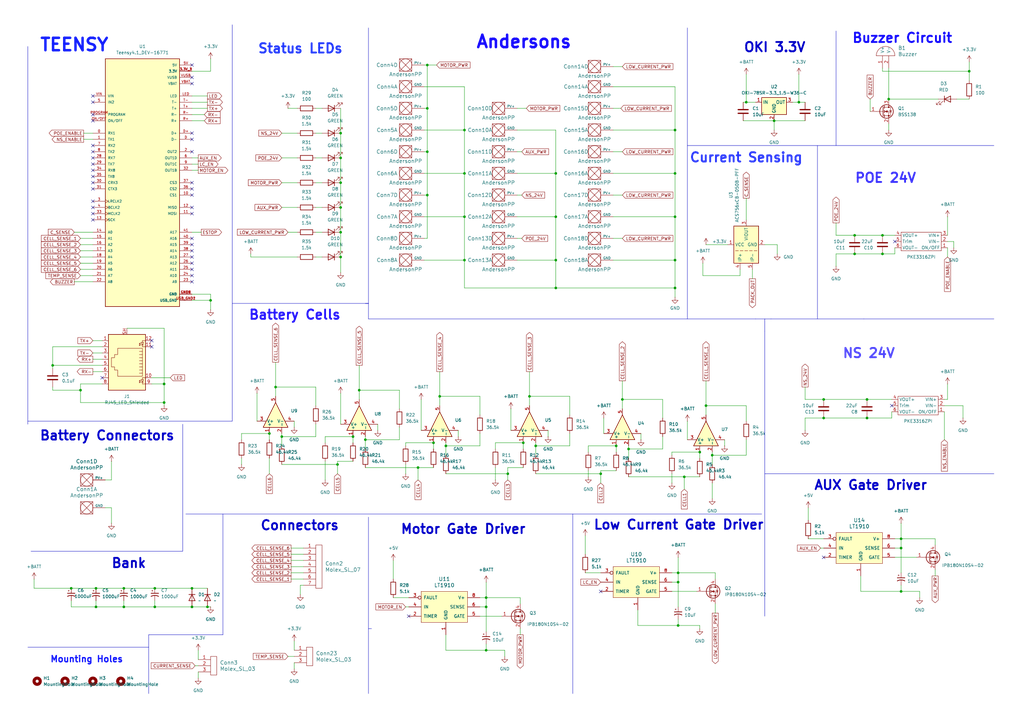
<source format=kicad_sch>
(kicad_sch (version 20231120) (generator "eeschema") (generator_version "8.0")
  (paper "A3")
  (junction (at 327.66 41.91))
  (junction (at 39.37 248.92))
  (junction (at 175.26 26.67))
  (junction (at 276.86 118.11))
  (junction (at 67.31 165.1))
  (junction (at 190.5 71.12))
  (junction (at 219.71 182.88))
  (junction (at 227.965 106.68))
  (junction (at 115.57 179.07))
  (junction (at 317.5 49.53))
  (junction (at 175.26 62.23))
  (junction (at 355.6 171.45))
  (junction (at 144.78 179.07))
  (junction (at 214.63 181.61))
  (junction (at 180.34 162.56))
  (junction (at 278.13 256.54))
  (junction (at 355.6 163.83))
  (junction (at 227.965 88.9))
  (junction (at 171.45 191.77))
  (junction (at 292.1 186.69))
  (junction (at 255.27 163.83))
  (junction (at 287.02 185.42))
  (junction (at 139.7 105.41))
  (junction (at 246.38 194.31))
  (junction (at 217.17 162.56))
  (junction (at 199.39 266.7))
  (junction (at 85.09 248.92))
  (junction (at 139.7 74.93))
  (junction (at 257.81 184.15))
  (junction (at 190.5 88.9))
  (junction (at 139.7 54.61))
  (junction (at 252.73 182.88))
  (junction (at 337.82 163.83))
  (junction (at 50.8 248.92))
  (junction (at 63.5 248.92))
  (junction (at 63.5 241.3))
  (junction (at 337.82 171.45))
  (junction (at 276.86 88.9))
  (junction (at 67.31 157.48))
  (junction (at 289.56 166.37))
  (junction (at 149.86 180.34))
  (junction (at 182.88 182.88))
  (junction (at 361.95 96.52))
  (junction (at 199.39 248.92))
  (junction (at 276.86 53.34))
  (junction (at 350.52 104.14))
  (junction (at 21.59 149.86))
  (junction (at 276.86 106.68))
  (junction (at 190.5 53.34))
  (junction (at 110.49 177.8))
  (junction (at 175.26 80.01))
  (junction (at 138.43 190.5))
  (junction (at 361.95 104.14))
  (junction (at 29.21 241.3))
  (junction (at 369.57 224.79))
  (junction (at 190.5 106.68))
  (junction (at 208.28 194.31))
  (junction (at 199.39 245.11))
  (junction (at 177.8 181.61))
  (junction (at 364.49 40.64))
  (junction (at 139.7 64.77))
  (junction (at 139.7 95.25))
  (junction (at 369.57 242.57))
  (junction (at 397.51 29.21))
  (junction (at 113.03 158.75))
  (junction (at 33.02 160.02))
  (junction (at 39.37 241.3))
  (junction (at 86.36 123.19))
  (junction (at 227.965 118.11))
  (junction (at 306.07 41.91))
  (junction (at 78.74 248.92))
  (junction (at 369.57 220.98))
  (junction (at 276.86 71.12))
  (junction (at 50.8 241.3))
  (junction (at 227.965 71.12))
  (junction (at 175.26 44.45))
  (junction (at 78.74 241.3))
  (junction (at 278.13 234.95))
  (junction (at 147.32 160.02))
  (junction (at 280.67 195.58))
  (junction (at 350.52 96.52))
  (junction (at 139.7 85.09))
  (junction (at 278.13 238.76))
  (no_connect (at 38.1 82.55))
  (no_connect (at 78.74 80.01))
  (no_connect (at 78.74 77.47))
  (no_connect (at 78.74 54.61))
  (no_connect (at 38.1 87.63))
  (no_connect (at 38.1 39.37))
  (no_connect (at 38.1 67.31))
  (no_connect (at 38.1 62.23))
  (no_connect (at 78.74 74.93))
  (no_connect (at 78.74 113.03))
  (no_connect (at 38.1 90.17))
  (no_connect (at 78.74 100.33))
  (no_connect (at 62.23 139.7))
  (no_connect (at 38.1 85.09))
  (no_connect (at 246.38 242.57))
  (no_connect (at 38.1 59.69))
  (no_connect (at 167.64 252.73))
  (no_connect (at 38.1 69.85))
  (no_connect (at 38.1 46.99))
  (no_connect (at 78.74 34.29))
  (no_connect (at 62.23 142.24))
  (no_connect (at 78.74 115.57))
  (no_connect (at 78.74 102.87))
  (no_connect (at 41.91 154.94))
  (no_connect (at 78.74 97.79))
  (no_connect (at 38.1 64.77))
  (no_connect (at 365.76 166.37))
  (no_connect (at 38.1 49.53))
  (no_connect (at 78.74 110.49))
  (no_connect (at 38.1 74.93))
  (no_connect (at 78.74 26.67))
  (no_connect (at 337.82 228.6))
  (no_connect (at 78.74 87.63))
  (no_connect (at 78.74 85.09))
  (no_connect (at 38.1 41.91))
  (no_connect (at 78.74 107.95))
  (no_connect (at 78.74 31.75))
  (no_connect (at 78.74 105.41))
  (no_connect (at 78.74 57.15))
  (no_connect (at 38.1 72.39))
  (no_connect (at 367.03 99.06))
  (no_connect (at 78.74 62.23))
  (no_connect (at 38.1 77.47))
  (wire (pts (xy 33.02 110.49) (xy 38.1 110.49)))
  (wire (pts (xy 213.995 97.79) (xy 212.09 97.79)))
  (wire (pts (xy 212.09 53.34) (xy 227.965 53.34)))
  (wire (pts (xy 163.83 175.26) (xy 163.83 180.34)))
  (wire (pts (xy 180.34 152.4) (xy 180.34 162.56)))
  (wire (pts (xy 252.73 182.88) (xy 252.73 185.42)))
  (wire (pts (xy 262.89 177.8) (xy 262.89 180.34)))
  (wire (pts (xy 361.95 96.52) (xy 367.03 96.52)))
  (wire (pts (xy 271.78 184.15) (xy 257.81 184.15)))
  (wire (pts (xy 132.08 74.93) (xy 129.54 74.93)))
  (wire (pts (xy 173.99 71.12) (xy 190.5 71.12)))
  (wire (pts (xy 167.64 248.92) (xy 166.37 248.92)))
  (wire (pts (xy 144.78 179.07) (xy 144.78 181.61)))
  (wire (pts (xy 171.45 191.77) (xy 171.45 196.85)))
  (polyline (pts (xy 95.25 172.72) (xy 11.43 172.72)))
  (polyline (pts (xy 60.96 260.35) (xy 60.96 265.43)))
  (wire (pts (xy 213.995 80.01) (xy 212.09 80.01)))
  (wire (pts (xy 289.56 166.37) (xy 306.07 166.37)))
  (wire (pts (xy 287.02 185.42) (xy 287.02 187.96)))
  (wire (pts (xy 99.06 180.34) (xy 99.06 177.8)))
  (wire (pts (xy 254.635 44.45) (xy 251.46 44.45)))
  (wire (pts (xy 105.41 161.29) (xy 105.41 172.72)))
  (wire (pts (xy 394.97 166.37) (xy 387.35 166.37)))
  (wire (pts (xy 369.57 242.57) (xy 377.19 242.57)))
  (wire (pts (xy 278.13 234.95) (xy 293.37 234.95)))
  (wire (pts (xy 251.46 88.9) (xy 276.86 88.9)))
  (wire (pts (xy 86.36 120.65) (xy 86.36 123.19)))
  (wire (pts (xy 85.09 39.37) (xy 78.74 39.37)))
  (wire (pts (xy 182.88 266.7) (xy 199.39 266.7)))
  (wire (pts (xy 214.63 181.61) (xy 214.63 184.15)))
  (wire (pts (xy 278.13 254) (xy 278.13 256.54)))
  (wire (pts (xy 212.09 88.9) (xy 227.965 88.9)))
  (polyline (pts (xy 342.9 12.7) (xy 342.9 59.69)))
  (wire (pts (xy 133.35 189.23) (xy 133.35 196.85)))
  (wire (pts (xy 251.46 62.23) (xy 255.27 62.23)))
  (wire (pts (xy 361.95 27.94) (xy 361.95 29.21)))
  (wire (pts (xy 115.57 85.09) (xy 121.92 85.09)))
  (wire (pts (xy 387.35 163.83) (xy 388.62 163.83)))
  (wire (pts (xy 251.46 106.68) (xy 276.86 106.68)))
  (wire (pts (xy 119.38 232.41) (xy 124.46 232.41)))
  (wire (pts (xy 203.2 191.77) (xy 203.2 196.85)))
  (wire (pts (xy 172.72 163.83) (xy 172.72 176.53)))
  (wire (pts (xy 276.86 88.9) (xy 276.86 106.68)))
  (wire (pts (xy 227.965 106.68) (xy 227.965 118.11)))
  (wire (pts (xy 215.9 44.45) (xy 212.09 44.45)))
  (wire (pts (xy 175.26 44.45) (xy 175.26 62.23)))
  (wire (pts (xy 217.17 162.56) (xy 233.68 162.56)))
  (wire (pts (xy 33.02 157.48) (xy 33.02 160.02)))
  (wire (pts (xy 367.03 224.79) (xy 369.57 224.79)))
  (wire (pts (xy 199.39 264.16) (xy 199.39 266.7)))
  (wire (pts (xy 33.02 102.87) (xy 38.1 102.87)))
  (wire (pts (xy 364.49 50.8) (xy 364.49 53.34)))
  (wire (pts (xy 327.66 30.48) (xy 327.66 41.91)))
  (polyline (pts (xy 281.94 11.43) (xy 281.94 130.81)))
  (wire (pts (xy 342.9 104.14) (xy 350.52 104.14)))
  (wire (pts (xy 29.21 241.3) (xy 39.37 241.3)))
  (wire (pts (xy 81.28 275.59) (xy 81.28 278.13)))
  (wire (pts (xy 217.17 152.4) (xy 217.17 162.56)))
  (wire (pts (xy 278.13 234.95) (xy 278.13 238.76)))
  (wire (pts (xy 331.47 220.98) (xy 337.82 220.98)))
  (polyline (pts (xy 313.69 135.89) (xy 313.69 252.73)))
  (wire (pts (xy 306.07 81.28) (xy 306.07 90.17)))
  (wire (pts (xy 278.13 256.54) (xy 287.02 256.54)))
  (wire (pts (xy 149.86 179.07) (xy 149.86 180.34)))
  (wire (pts (xy 287.02 256.54) (xy 287.02 257.81)))
  (wire (pts (xy 38.1 152.4) (xy 41.91 152.4)))
  (wire (pts (xy 161.29 245.11) (xy 167.64 245.11)))
  (wire (pts (xy 147.32 149.86) (xy 147.32 160.02)))
  (wire (pts (xy 115.57 177.8) (xy 115.57 179.07)))
  (wire (pts (xy 139.7 74.93) (xy 139.7 85.09)))
  (wire (pts (xy 147.32 163.83) (xy 147.32 160.02)))
  (wire (pts (xy 369.57 220.98) (xy 369.57 224.79)))
  (wire (pts (xy 212.09 106.68) (xy 227.965 106.68)))
  (polyline (pts (xy 234.95 210.82) (xy 234.95 284.48)))
  (wire (pts (xy 173.99 53.34) (xy 190.5 53.34)))
  (wire (pts (xy 21.59 160.02) (xy 21.59 158.75)))
  (wire (pts (xy 288.29 113.03) (xy 303.53 113.03)))
  (wire (pts (xy 308.61 114.3) (xy 308.61 110.49)))
  (wire (pts (xy 199.39 266.7) (xy 207.01 266.7)))
  (wire (pts (xy 247.65 171.45) (xy 247.65 177.8)))
  (wire (pts (xy 350.52 104.14) (xy 361.95 104.14)))
  (wire (pts (xy 67.31 157.48) (xy 67.31 134.62)))
  (wire (pts (xy 306.07 41.91) (xy 304.8 41.91)))
  (wire (pts (xy 139.7 95.25) (xy 139.7 105.41)))
  (wire (pts (xy 219.71 181.61) (xy 219.71 182.88)))
  (wire (pts (xy 369.57 214.63) (xy 369.57 220.98)))
  (wire (pts (xy 115.57 54.61) (xy 121.92 54.61)))
  (wire (pts (xy 166.37 181.61) (xy 177.8 181.61)))
  (wire (pts (xy 292.1 185.42) (xy 292.1 186.69)))
  (wire (pts (xy 275.59 186.69) (xy 275.59 185.42)))
  (wire (pts (xy 173.99 106.68) (xy 190.5 106.68)))
  (wire (pts (xy 149.86 180.34) (xy 149.86 184.15)))
  (wire (pts (xy 63.5 241.3) (xy 78.74 241.3)))
  (wire (pts (xy 353.06 236.22) (xy 353.06 242.57)))
  (wire (pts (xy 139.7 64.77) (xy 139.7 74.93)))
  (wire (pts (xy 361.95 104.14) (xy 367.03 104.14)))
  (wire (pts (xy 387.35 168.91) (xy 387.35 180.34)))
  (wire (pts (xy 342.9 91.44) (xy 342.9 96.52)))
  (wire (pts (xy 337.82 171.45) (xy 355.6 171.45)))
  (wire (pts (xy 39.37 248.92) (xy 50.8 248.92)))
  (wire (pts (xy 208.28 194.31) (xy 208.28 196.85)))
  (wire (pts (xy 139.7 44.45) (xy 139.7 54.61)))
  (wire (pts (xy 182.88 260.35) (xy 182.88 266.7)))
  (wire (pts (xy 21.59 142.24) (xy 41.91 142.24)))
  (polyline (pts (xy 74.93 173.99) (xy 74.93 226.06)))
  (wire (pts (xy 317.5 49.53) (xy 330.2 49.53)))
  (wire (pts (xy 199.39 245.11) (xy 213.36 245.11)))
  (wire (pts (xy 251.46 80.01) (xy 255.27 80.01)))
  (wire (pts (xy 132.08 54.61) (xy 129.54 54.61)))
  (wire (pts (xy 257.81 195.58) (xy 280.67 195.58)))
  (wire (pts (xy 102.87 105.41) (xy 121.92 105.41)))
  (wire (pts (xy 367.03 228.6) (xy 375.92 228.6)))
  (wire (pts (xy 356.87 40.64) (xy 356.87 45.72)))
  (wire (pts (xy 213.995 62.23) (xy 212.09 62.23)))
  (wire (pts (xy 251.46 53.34) (xy 276.86 53.34)))
  (wire (pts (xy 392.43 40.64) (xy 397.51 40.64)))
  (wire (pts (xy 278.13 238.76) (xy 278.13 248.92)))
  (wire (pts (xy 86.36 123.19) (xy 86.36 127)))
  (wire (pts (xy 278.13 228.6) (xy 278.13 234.95)))
  (wire (pts (xy 33.02 160.02) (xy 33.02 165.1)))
  (wire (pts (xy 163.83 160.02) (xy 163.83 167.64)))
  (wire (pts (xy 81.28 266.7) (xy 81.28 270.51)))
  (wire (pts (xy 173.99 80.01) (xy 175.26 80.01)))
  (wire (pts (xy 251.46 97.79) (xy 255.27 97.79)))
  (polyline (pts (xy 151.13 212.09) (xy 151.13 284.48)))
  (wire (pts (xy 177.8 191.77) (xy 171.45 191.77)))
  (wire (pts (xy 212.09 71.12) (xy 227.965 71.12)))
  (wire (pts (xy 132.08 85.09) (xy 129.54 85.09)))
  (wire (pts (xy 292.1 198.12) (xy 292.1 204.47)))
  (wire (pts (xy 251.46 71.12) (xy 276.86 71.12)))
  (wire (pts (xy 85.09 41.91) (xy 78.74 41.91)))
  (wire (pts (xy 199.39 245.11) (xy 199.39 248.92)))
  (wire (pts (xy 38.1 139.7) (xy 41.91 139.7)))
  (wire (pts (xy 257.81 182.88) (xy 257.81 184.15)))
  (wire (pts (xy 330.2 158.75) (xy 330.2 163.83)))
  (wire (pts (xy 175.26 62.23) (xy 175.26 80.01)))
  (wire (pts (xy 318.77 100.33) (xy 313.69 100.33)))
  (wire (pts (xy 85.09 44.45) (xy 78.74 44.45)))
  (wire (pts (xy 306.07 180.34) (xy 306.07 186.69)))
  (wire (pts (xy 369.57 220.98) (xy 367.03 220.98)))
  (wire (pts (xy 132.08 64.77) (xy 129.54 64.77)))
  (wire (pts (xy 129.54 173.99) (xy 129.54 179.07)))
  (wire (pts (xy 208.28 191.77) (xy 208.28 194.31)))
  (wire (pts (xy 246.38 193.04) (xy 246.38 194.31)))
  (wire (pts (xy 394.97 166.37) (xy 394.97 171.45)))
  (wire (pts (xy 180.34 166.37) (xy 180.34 162.56)))
  (wire (pts (xy 118.11 95.25) (xy 121.92 95.25)))
  (polyline (pts (xy 335.28 59.69) (xy 335.28 130.81)))
  (wire (pts (xy 50.8 248.92) (xy 50.8 246.38)))
  (wire (pts (xy 275.59 185.42) (xy 287.02 185.42)))
  (wire (pts (xy 214.63 191.77) (xy 208.28 191.77)))
  (wire (pts (xy 342.9 96.52) (xy 350.52 96.52)))
  (wire (pts (xy 199.39 248.92) (xy 199.39 259.08)))
  (wire (pts (xy 337.82 171.45) (xy 330.2 171.45)))
  (wire (pts (xy 102.87 105.41) (xy 102.87 104.14)))
  (wire (pts (xy 196.85 248.92) (xy 199.39 248.92)))
  (wire (pts (xy 391.16 99.06) (xy 391.16 101.6)))
  (wire (pts (xy 227.965 118.11) (xy 276.86 118.11)))
  (wire (pts (xy 281.94 172.72) (xy 281.94 180.34)))
  (wire (pts (xy 166.37 182.88) (xy 166.37 181.61)))
  (polyline (pts (xy 309.88 130.81) (xy 151.13 130.81)))
  (wire (pts (xy 289.56 156.21) (xy 289.56 166.37)))
  (wire (pts (xy 129.54 179.07) (xy 115.57 179.07)))
  (wire (pts (xy 139.7 105.41) (xy 139.7 111.76)))
  (wire (pts (xy 69.85 154.94) (xy 62.23 154.94)))
  (wire (pts (xy 33.02 165.1) (xy 67.31 165.1)))
  (wire (pts (xy 132.08 95.25) (xy 129.54 95.25)))
  (wire (pts (xy 276.86 35.56) (xy 276.86 53.34)))
  (wire (pts (xy 255.27 156.21) (xy 255.27 163.83)))
  (wire (pts (xy 190.5 118.11) (xy 227.965 118.11)))
  (wire (pts (xy 287.02 195.58) (xy 280.67 195.58)))
  (wire (pts (xy 29.21 246.38) (xy 29.21 248.92)))
  (wire (pts (xy 397.51 29.21) (xy 397.51 25.4)))
  (wire (pts (xy 227.965 71.12) (xy 227.965 53.34)))
  (wire (pts (xy 190.5 106.68) (xy 190.5 88.9)))
  (wire (pts (xy 175.26 80.01) (xy 175.26 97.79)))
  (wire (pts (xy 33.02 107.95) (xy 38.1 107.95)))
  (wire (pts (xy 29.21 248.92) (xy 39.37 248.92)))
  (wire (pts (xy 306.07 166.37) (xy 306.07 172.72)))
  (wire (pts (xy 45.72 189.23) (xy 45.72 196.85)))
  (wire (pts (xy 306.07 186.69) (xy 292.1 186.69)))
  (wire (pts (xy 227.965 71.12) (xy 227.965 88.9)))
  (wire (pts (xy 337.82 163.83) (xy 355.6 163.83)))
  (polyline (pts (xy 91.44 260.35) (xy 60.96 260.35)))
  (wire (pts (xy 180.34 162.56) (xy 196.85 162.56)))
  (wire (pts (xy 85.09 248.92) (xy 86.36 248.92)))
  (wire (pts (xy 83.82 46.99) (xy 78.74 46.99)))
  (wire (pts (xy 149.86 191.77) (xy 171.45 191.77)))
  (wire (pts (xy 355.6 171.45) (xy 365.76 171.45)))
  (wire (pts (xy 364.49 27.94) (xy 364.49 40.64)))
  (wire (pts (xy 304.8 49.53) (xy 317.5 49.53)))
  (polyline (pts (xy 95.25 10.16) (xy 95.25 172.72)))
  (wire (pts (xy 213.36 247.65) (xy 213.36 245.11)))
  (wire (pts (xy 190.5 88.9) (xy 190.5 71.12)))
  (wire (pts (xy 224.79 176.53) (xy 224.79 179.07)))
  (wire (pts (xy 327.66 41.91) (xy 330.2 41.91)))
  (wire (pts (xy 175.26 26.67) (xy 179.07 26.67)))
  (wire (pts (xy 196.85 182.88) (xy 182.88 182.88)))
  (wire (pts (xy 209.55 167.64) (xy 209.55 176.53)))
  (wire (pts (xy 288.29 107.95) (xy 288.29 113.03)))
  (wire (pts (xy 275.59 242.57) (xy 285.75 242.57)))
  (wire (pts (xy 34.29 57.15) (xy 38.1 57.15)))
  (wire (pts (xy 113.03 148.59) (xy 113.03 158.75)))
  (wire (pts (xy 233.68 162.56) (xy 233.68 170.18)))
  (wire (pts (xy 33.02 105.41) (xy 38.1 105.41)))
  (wire (pts (xy 330.2 163.83) (xy 337.82 163.83)))
  (wire (pts (xy 21.59 149.86) (xy 21.59 151.13)))
  (wire (pts (xy 63.5 248.92) (xy 78.74 248.92)))
  (wire (pts (xy 350.52 96.52) (xy 361.95 96.52)))
  (polyline (pts (xy 354.33 130.81) (xy 407.67 130.81)))
  (wire (pts (xy 113.03 162.56) (xy 113.03 158.75)))
  (wire (pts (xy 367.03 104.14) (xy 367.03 101.6)))
  (wire (pts (xy 383.54 236.22) (xy 383.54 233.68)))
  (wire (pts (xy 196.85 177.8) (xy 196.85 182.88)))
  (polyline (pts (xy 76.2 210.82) (xy 312.42 210.82)))
  (wire (pts (xy 110.49 187.96) (xy 110.49 194.31)))
  (wire (pts (xy 278.13 234.95) (xy 275.59 234.95)))
  (wire (pts (xy 292.1 186.69) (xy 292.1 190.5)))
  (wire (pts (xy 161.29 229.87) (xy 161.29 237.49)))
  (wire (pts (xy 190.5 53.34) (xy 190.5 35.56)))
  (wire (pts (xy 21.59 160.02) (xy 33.02 160.02)))
  (wire (pts (xy 289.56 170.18) (xy 289.56 166.37)))
  (wire (pts (xy 241.3 185.42) (xy 241.3 182.88)))
  (wire (pts (xy 38.1 147.32) (xy 41.91 147.32)))
  (wire (pts (xy 365.76 171.45) (xy 365.76 168.91)))
  (wire (pts (xy 45.72 208.28) (xy 45.72 214.63)))
  (wire (pts (xy 99.06 177.8) (xy 110.49 177.8)))
  (wire (pts (xy 129.54 158.75) (xy 129.54 166.37)))
  (wire (pts (xy 190.5 106.68) (xy 190.5 118.11)))
  (wire (pts (xy 177.8 181.61) (xy 177.8 184.15)))
  (wire (pts (xy 120.65 271.78) (xy 120.65 274.32)))
  (wire (pts (xy 67.31 157.48) (xy 67.31 165.1)))
  (wire (pts (xy 123.19 240.03) (xy 123.19 243.84)))
  (wire (pts (xy 33.02 157.48) (xy 41.91 157.48)))
  (polyline (pts (xy 12.7 226.06) (xy 74.93 226.06)))
  (wire (pts (xy 115.57 74.93) (xy 121.92 74.93)))
  (wire (pts (xy 203.2 181.61) (xy 214.63 181.61)))
  (wire (pts (xy 388.62 163.83) (xy 388.62 157.48)))
  (wire (pts (xy 133.35 181.61) (xy 133.35 179.07)))
  (wire (pts (xy 163.83 180.34) (xy 149.86 180.34)))
  (wire (pts (xy 275.59 194.31) (xy 275.59 198.12)))
  (wire (pts (xy 50.8 241.3) (xy 63.5 241.3)))
  (wire (pts (xy 364.49 40.64) (xy 384.81 40.64)))
  (wire (pts (xy 67.31 134.62) (xy 52.07 134.62)))
  (wire (pts (xy 318.77 104.14) (xy 318.77 100.33)))
  (wire (pts (xy 240.03 234.95) (xy 246.38 234.95)))
  (wire (pts (xy 86.36 24.13) (xy 86.36 29.21)))
  (wire (pts (xy 175.26 26.67) (xy 175.26 44.45)))
  (wire (pts (xy 199.39 238.76) (xy 199.39 245.11)))
  (wire (pts (xy 199.39 245.11) (xy 196.85 245.11)))
  (wire (pts (xy 219.71 182.88) (xy 219.71 186.69)))
  (wire (pts (xy 139.7 85.09) (xy 139.7 95.25)))
  (wire (pts (xy 21.59 149.86) (xy 21.59 142.24)))
  (wire (pts (xy 276.86 53.34) (xy 276.86 71.12)))
  (wire (pts (xy 276.86 118.11) (xy 276.86 121.92)))
  (wire (pts (xy 67.31 166.37) (xy 67.31 165.1)))
  (wire (pts (xy 110.49 177.8) (xy 110.49 180.34)))
  (wire (pts (xy 118.11 269.24) (xy 120.65 269.24)))
  (wire (pts (xy 13.97 237.49) (xy 13.97 241.3)))
  (wire (pts (xy 86.36 29.21) (xy 78.74 29.21)))
  (wire (pts (xy 99.06 187.96) (xy 99.06 190.5)))
  (wire (pts (xy 297.18 180.34) (xy 297.18 182.88)))
  (wire (pts (xy 83.82 49.53) (xy 78.74 49.53)))
  (wire (pts (xy 34.29 54.61) (xy 38.1 54.61)))
  (wire (pts (xy 86.36 120.65) (xy 78.74 120.65)))
  (wire (pts (xy 45.72 196.85) (xy 43.18 196.85)))
  (polyline (pts (xy 91.44 210.82) (xy 91.44 260.35)))
  (wire (pts (xy 353.06 242.57) (xy 369.57 242.57)))
  (wire (pts (xy 331.47 208.28) (xy 331.47 213.36)))
  (wire (pts (xy 132.08 44.45) (xy 129.54 44.45)))
  (polyline (pts (xy 151.13 124.46) (xy 149.86 124.46)))
  (polyline (pts (xy 313.69 194.31) (xy 407.67 194.31)))
  (wire (pts (xy 63.5 248.92) (xy 63.5 246.38)))
  (wire (pts (xy 78.74 64.77) (xy 81.28 64.77)))
  (wire (pts (xy 21.59 149.86) (xy 41.91 149.86)))
  (wire (pts (xy 388.62 99.06) (xy 391.16 99.06)))
  (wire (pts (xy 246.38 194.31) (xy 246.38 198.12)))
  (wire (pts (xy 227.965 88.9) (xy 227.965 106.68)))
  (wire (pts (xy 190.5 71.12) (xy 190.5 53.34)))
  (wire (pts (xy 261.62 256.54) (xy 278.13 256.54)))
  (wire (pts (xy 115.57 64.77) (xy 121.92 64.77)))
  (wire (pts (xy 120.65 172.72) (xy 120.65 175.26)))
  (wire (pts (xy 119.38 229.87) (xy 124.46 229.87)))
  (wire (pts (xy 388.62 105.41) (xy 388.62 101.6)))
  (wire (pts (xy 30.48 115.57) (xy 38.1 115.57)))
  (wire (pts (xy 337.82 224.79) (xy 336.55 224.79)))
  (wire (pts (xy 173.99 26.67) (xy 175.26 26.67)))
  (wire (pts (xy 293.37 247.65) (xy 293.37 251.46)))
  (wire (pts (xy 133.35 179.07) (xy 144.78 179.07)))
  (wire (pts (xy 306.07 30.48) (xy 306.07 41.91)))
  (wire (pts (xy 138.43 189.23) (xy 138.43 190.5)))
  (wire (pts (xy 187.96 176.53) (xy 187.96 179.07)))
  (wire (pts (xy 293.37 237.49) (xy 293.37 234.95)))
  (wire (pts (xy 50.8 248.92) (xy 63.5 248.92)))
  (polyline (pts (xy 313.69 130.81) (xy 313.69 135.89)))
  (wire (pts (xy 369.57 220.98) (xy 383.54 220.98)))
  (wire (pts (xy 289.56 100.33) (xy 298.45 100.33)))
  (wire (pts (xy 241.3 193.04) (xy 241.3 195.58)))
  (wire (pts (xy 213.36 260.35) (xy 213.36 257.81)))
  (wire (pts (xy 119.38 227.33) (xy 124.46 227.33)))
  (wire (pts (xy 13.97 241.3) (xy 29.21 241.3)))
  (wire (pts (xy 166.37 190.5) (xy 166.37 194.31)))
  (wire (pts (xy 147.32 160.02) (xy 163.83 160.02)))
  (wire (pts (xy 217.17 166.37) (xy 217.17 162.56)))
  (wire (pts (xy 144.78 189.23) (xy 138.43 189.23)))
  (wire (pts (xy 251.46 35.56) (xy 276.86 35.56)))
  (wire (pts (xy 30.48 95.25) (xy 38.1 95.25)))
  (wire (pts (xy 240.03 219.71) (xy 240.03 227.33)))
  (wire (pts (xy 119.38 224.79) (xy 124.46 224.79)))
  (wire (pts (xy 182.88 181.61) (xy 182.88 182.88)))
  (wire (pts (xy 257.81 184.15) (xy 257.81 187.96)))
  (wire (pts (xy 154.94 173.99) (xy 154.94 176.53)))
  (wire (pts (xy 280.67 195.58) (xy 280.67 200.66)))
  (polyline (pts (xy 151.13 257.81) (xy 152.4 257.81)))
  (wire (pts (xy 255.27 27.305) (xy 251.46 27.305)))
  (wire (pts (xy 377.19 242.57) (xy 377.19 245.11)))
  (wire (pts (xy 139.7 54.61) (xy 139.7 64.77)))
  (wire (pts (xy 33.02 113.03) (xy 38.1 113.03)))
  (wire (pts (xy 342.9 104.14) (xy 342.9 109.22)))
  (wire (pts (xy 233.68 177.8) (xy 233.68 182.88)))
  (wire (pts (xy 330.2 171.45) (xy 330.2 176.53)))
  (wire (pts (xy 276.86 71.12) (xy 276.86 88.9)))
  (wire (pts (xy 80.01 273.05) (xy 81.28 273.05)))
  (wire (pts (xy 115.57 179.07) (xy 115.57 182.88)))
  (wire (pts (xy 173.99 88.9) (xy 190.5 88.9)))
  (wire (pts (xy 233.68 182.88) (xy 219.71 182.88)))
  (wire (pts (xy 317.5 49.53) (xy 317.5 53.34)))
  (wire (pts (xy 303.53 113.03) (xy 303.53 110.49)))
  (wire (pts (xy 261.62 250.19) (xy 261.62 256.54)))
  (wire (pts (xy 271.78 179.07) (xy 271.78 184.15)))
  (wire (pts (xy 38.1 144.78) (xy 41.91 144.78)))
  (wire (pts (xy 78.74 248.92) (xy 85.09 248.92)))
  (wire (pts (xy 276.86 106.68) (xy 276.86 118.11)))
  (polyline (pts (xy 95.25 124.46) (xy 151.13 124.46)))
  (wire (pts (xy 255.27 163.83) (xy 271.78 163.83)))
  (wire (pts (xy 219.71 194.31) (xy 246.38 194.31)))
  (wire (pts (xy 255.27 167.64) (xy 255.27 163.83)))
  (polyline (pts (xy 316.23 130.81) (xy 354.33 130.81)))
  (wire (pts (xy 361.95 29.21) (xy 397.51 29.21)))
  (polyline (pts (xy 309.88 130.81) (xy 316.23 130.81)))
  (polyline (pts (xy 11.43 265.43) (xy 60.96 265.43)))
  (wire (pts (xy 78.74 241.3) (xy 85.09 241.3)))
  (wire (pts (xy 355.6 163.83) (xy 365.76 163.83)))
  (polyline (pts (xy 11.43 173.99) (xy 11.43 19.05)))
  (wire (pts (xy 138.43 190.5) (xy 138.43 194.31)))
  (wire (pts (xy 173.99 97.79) (xy 175.26 97.79)))
  (wire (pts (xy 124.46 240.03) (xy 123.19 240.03)))
  (wire (pts (xy 119.38 234.95) (xy 124.46 234.95)))
  (wire (pts (xy 252.73 193.04) (xy 246.38 193.04)))
  (polyline (pts (xy 151.13 11.43) (xy 151.13 130.81)))
  (wire (pts (xy 173.99 44.45) (xy 175.26 44.45)))
  (wire (pts (xy 207.01 266.7) (xy 207.01 269.24)))
  (polyline (pts (xy 281.94 59.69) (xy 407.67 59.69)))
  (wire (pts (xy 397.51 33.02) (xy 397.51 29.21)))
  (wire (pts (xy 271.78 163.83) (xy 271.78 171.45)))
  (wire (pts (xy 121.92 44.45) (xy 118.11 44.45)))
  (wire (pts (xy 78.74 123.19) (xy 86.36 123.19)))
  (wire (pts (xy 81.28 69.85) (xy 78.74 69.85)))
  (wire (pts (xy 182.88 182.88) (xy 182.88 186.69)))
  (wire (pts (xy 115.57 190.5) (xy 138.43 190.5)))
  (wire (pts (xy 369.57 224.79) (xy 369.57 234.95)))
  (wire (pts (xy 173.99 35.56) (xy 190.5 35.56)))
  (wire (pts (xy 33.02 97.79) (xy 38.1 97.79)))
  (wire (pts (xy 119.38 237.49) (xy 124.46 237.49)))
  (wire (pts (xy 43.18 208.28) (xy 45.72 208.28)))
  (wire (pts (xy 78.74 95.25) (xy 82.55 95.25)))
  (wire (pts (xy 196.85 162.56) (xy 196.85 170.18)))
  (wire (pts (xy 369.57 240.03) (xy 369.57 242.57)))
  (wire (pts (xy 383.54 223.52) (xy 383.54 220.98)))
  (wire (pts (xy 309.88 41.91) (xy 306.07 41.91)))
  (wire (pts (xy 182.88 194.31) (xy 208.28 194.31)))
  (wire (pts (xy 113.03 158.75) (xy 129.54 158.75)))
  (wire (pts (xy 388.62 88.9) (xy 388.62 96.52)))
  (wire (pts (xy 196.85 252.73) (xy 205.74 252.73)))
  (wire (pts (xy 39.37 248.92) (xy 39.37 246.38)))
  (wire (pts (xy 325.12 41.91) (xy 327.66 41.91)))
  (wire (pts (xy 33.02 100.33) (xy 38.1 100.33)))
  (polyline (pts (xy 60.96 284.48) (xy 60.96 265.43)))
  (wire (pts (xy 203.2 184.15) (xy 203.2 181.61)))
  (wire (pts (xy 62.23 157.48) (xy 67.31 157.48)))
  (wire (pts (xy 39.37 241.3) (xy 50.8 241.3)))
  (wire (pts (xy 78.74 67.31) (xy 81.28 67.31)))
  (wire (pts (xy 173.99 62.23) (xy 175.26 62.23)))
  (wire (pts (xy 120.65 262.89) (xy 120.65 266.7)))
  (wire (pts (xy 275.59 238.76) (xy 278.13 238.76)))
  (wire (pts (xy 241.3 182.88) (xy 252.73 182.88)))
  (wire (pts (xy 139.7 161.29) (xy 139.7 173.99)))
  (wire (pts (xy 132.08 105.41) (xy 129.54 105.41)))
  (text "AUX Gate Driver" (at 357.124 199.136 0) (effects (font (size 3.81 3.81) (thickness 0.762) (bold yes))))
  (text "Status LEDs" (at 123.19 20.066 0) (effects (font (size 3.81 3.81) (thickness 0.762) (bold yes))))
  (text "Low Current Gate Driver" (at 278.384 215.392 0) (effects (font (size 3.81 3.81) (thickness 0.762) (bold yes))))
  (text "Battery Cells" (at 120.904 129.286 0) (effects (font (size 3.81 3.81) (thickness 0.762) (bold yes))))
  (text "Battery Connectors" (at 43.942 178.816 0) (effects (font (size 3.81 3.81) (thickness 0.762) (bold yes))))
  (text "Bank" (at 52.832 231.14 0) (effects (font (size 3.81 3.81) (thickness 0.762) (bold yes))))
  (text "Buzzer Circuit" (at 370.078 15.748 0) (effects (font (size 3.81 3.81) (thickness 0.762) (bold yes))))
  (text "Current Sensing" (at 306.07 64.77 0) (effects (font (size 3.81 3.81) (thickness 0.762) (bold yes))))
  (text "TEENSY" (at 30.48 18.542 0) (effects (font (size 5.08 5.08) (thickness 1.016) (bold yes))))
  (text "OKI 3.3V" (at 317.754 19.558 0) (effects (font (size 3.81 3.81) (thickness 0.762) (bold yes))))
  (text "Mounting Holes" (at 35.56 270.51 0) (effects (font (size 2.54 2.54) (thickness 0.508) (bold yes))))
  (text "Andersons" (at 214.884 17.272 0) (effects (font (size 5.08 5.08) (thickness 1.016) (bold yes))))
  (text "POE 24V" (at 363.22 73.152 0) (effects (font (size 3.81 3.81) (thickness 0.762) (bold yes))))
  (text "Motor Gate Driver" (at 189.992 217.17 0) (effects (font (size 3.81 3.81) (thickness 0.762) (bold yes))))
  (text "NS 24V\n" (at 356.362 145.034 0) (effects (font (size 3.81 3.81) (thickness 0.762) (bold yes))))
  (text "Connectors" (at 122.936 215.646 0) (effects (font (size 3.81 3.81) (thickness 0.762) (bold yes))))
  (global_label "CURRENT_SENSE" (shape input) (at 80.01 273.05 180) (property "Intersheetrefs" "${INTERSHEET_REFS}" (effects (hide yes))))
  (global_label "LOW_CURRENT_PWR" (shape input) (at 255.27 97.79 0) (property "Intersheetrefs" "${INTERSHEET_REFS}" (effects (hide yes))))
  (global_label "LOW_CURRENT_PWR" (shape output) (at 293.37 251.46 270) (property "Intersheetrefs" "${INTERSHEET_REFS}" (effects (hide yes))))
  (global_label "BUZZER" (shape input) (at 356.87 40.64 90) (property "Intersheetrefs" "${INTERSHEET_REFS}" (effects (hide yes))))
  (global_label "C_SENSE" (shape input) (at 30.48 95.25 180) (effects (font (thickness 0.1588))) (property "Intersheetrefs" "${INTERSHEET_REFS}" (effects (hide yes))))
  (global_label "CELL_SENSE_2" (shape input) (at 33.02 100.33 180) (property "Intersheetrefs" "${INTERSHEET_REFS}" (effects (hide yes))))
  (global_label "CELL_SENSE_3" (shape output) (at 119.38 232.41 180) (effects (font (thickness 0.1588))) (property "Intersheetrefs" "${INTERSHEET_REFS}" (effects (hide yes))))
  (global_label "TEMP_SENSE" (shape input) (at 33.02 113.03 180) (property "Intersheetrefs" "${INTERSHEET_REFS}" (effects (hide yes))))
  (global_label "LED" (shape output) (at 85.09 39.37 0) (property "Intersheetrefs" "${INTERSHEET_REFS}" (effects (hide yes))))
  (global_label "POE_24V" (shape output) (at 342.9 91.44 90) (property "Intersheetrefs" "${INTERSHEET_REFS}" (effects (hide yes))))
  (global_label "TX-" (shape output) (at 85.09 41.91 0) (property "Intersheetrefs" "${INTERSHEET_REFS}" (effects (hide yes))))
  (global_label "NS_24V" (shape output) (at 330.2 158.75 90) (property "Intersheetrefs" "${INTERSHEET_REFS}" (effects (hide yes))))
  (global_label "ESTOP" (shape output) (at 82.55 95.25 0) (property "Intersheetrefs" "${INTERSHEET_REFS}" (effects (hide yes))))
  (global_label "CELL_SENSE_2" (shape output) (at 119.38 234.95 180) (effects (font (thickness 0.1588))) (property "Intersheetrefs" "${INTERSHEET_REFS}" (effects (hide yes))))
  (global_label "CELL_SENSE_6" (shape output) (at 119.38 224.79 180) (effects (font (thickness 0.1588))) (property "Intersheetrefs" "${INTERSHEET_REFS}" (effects (hide yes))))
  (global_label "CELL1" (shape input) (at 280.67 200.66 270) (property "Intersheetrefs" "${INTERSHEET_REFS}" (effects (hide yes))))
  (global_label "RX+" (shape output) (at 38.1 147.32 180) (property "Intersheetrefs" "${INTERSHEET_REFS}" (effects (hide yes))))
  (global_label "NS_24V" (shape input) (at 115.57 54.61 180) (effects (font (thickness 0.1588))) (property "Intersheetrefs" "${INTERSHEET_REFS}" (effects (hide yes))))
  (global_label "CELL_SENSE_4" (shape output) (at 119.38 229.87 180) (effects (font (thickness 0.1588))) (property "Intersheetrefs" "${INTERSHEET_REFS}" (effects (hide yes))))
  (global_label "CELL4" (shape input) (at 171.45 196.85 270) (property "Intersheetrefs" "${INTERSHEET_REFS}" (effects (hide yes))))
  (global_label "POE_ENABLE" (shape output) (at 34.29 54.61 180) (property "Intersheetrefs" "${INTERSHEET_REFS}" (effects (hide yes))))
  (global_label "CELL_SENSE_5" (shape input) (at 33.02 107.95 180) (property "Intersheetrefs" "${INTERSHEET_REFS}" (effects (hide yes))))
  (global_label "AUX_PWR" (shape output) (at 383.54 236.22 270) (property "Intersheetrefs" "${INTERSHEET_REFS}" (effects (hide yes))))
  (global_label "MOTOR_PWR" (shape input) (at 179.07 26.67 0) (property "Intersheetrefs" "${INTERSHEET_REFS}" (effects (hide yes))))
  (global_label "CELL_SENSE_6" (shape output) (at 113.03 148.59 90) (property "Intersheetrefs" "${INTERSHEET_REFS}" (effects (hide yes))))
  (global_label "MOTOR_PWR" (shape output) (at 213.36 260.35 270) (property "Intersheetrefs" "${INTERSHEET_REFS}" (effects (hide yes))))
  (global_label "AUX_EN" (shape input) (at 336.55 224.79 180) (property "Intersheetrefs" "${INTERSHEET_REFS}" (effects (hide yes))))
  (global_label "MOTOR_EN" (shape input) (at 166.37 248.92 180) (property "Intersheetrefs" "${INTERSHEET_REFS}" (effects (hide yes))))
  (global_label "CELL6" (shape input) (at 110.49 194.31 270) (property "Intersheetrefs" "${INTERSHEET_REFS}" (effects (hide yes))))
  (global_label "CELL_SENSE_1" (shape output) (at 289.56 156.21 90) (property "Intersheetrefs" "${INTERSHEET_REFS}" (effects (hide yes))))
  (global_label "TX+" (shape output) (at 85.09 44.45 0) (property "Intersheetrefs" "${INTERSHEET_REFS}" (effects (hide yes))))
  (global_label "AUX_EN" (shape output) (at 81.28 64.77 0) (property "Intersheetrefs" "${INTERSHEET_REFS}" (effects (hide yes))))
  (global_label "LOW_CURRENT_PWR" (shape input) (at 118.11 95.25 180) (effects (font (thickness 0.1588))) (property "Intersheetrefs" "${INTERSHEET_REFS}" (effects (hide yes))))
  (global_label "POE_ENABLE" (shape input) (at 388.62 105.41 270) (property "Intersheetrefs" "${INTERSHEET_REFS}" (effects (hide yes))))
  (global_label "RX-" (shape input) (at 83.82 46.99 0) (property "Intersheetrefs" "${INTERSHEET_REFS}" (effects (hide yes))))
  (global_label "NS_ENABLE" (shape input) (at 387.35 180.34 270) (property "Intersheetrefs" "${INTERSHEET_REFS}" (effects (hide yes))))
  (global_label "TX-" (shape input) (at 38.1 144.78 180) (property "Intersheetrefs" "${INTERSHEET_REFS}" (effects (hide yes))))
  (global_label "CELL_SENSE_3" (shape output) (at 217.17 152.4 90) (property "Intersheetrefs" "${INTERSHEET_REFS}" (effects (hide yes))))
  (global_label "LC_EN" (shape input) (at 246.38 238.76 180) (property "Intersheetrefs" "${INTERSHEET_REFS}" (effects (hide yes))))
  (global_label "CELL_SENSE_2" (shape output) (at 255.27 156.21 90) (property "Intersheetrefs" "${INTERSHEET_REFS}" (effects (hide yes))))
  (global_label "C_SENSE" (shape output) (at 306.07 81.28 90) (effects (font (thickness 0.1588))) (property "Intersheetrefs" "${INTERSHEET_REFS}" (effects (hide yes))))
  (global_label "CELL_SENSE_1" (shape input) (at 33.02 97.79 180) (property "Intersheetrefs" "${INTERSHEET_REFS}" (effects (hide yes))))
  (global_label "CELL2" (shape input) (at 246.38 198.12 270) (property "Intersheetrefs" "${INTERSHEET_REFS}" (effects (hide yes))))
  (global_label "LC_EN" (shape output) (at 81.28 67.31 0) (property "Intersheetrefs" "${INTERSHEET_REFS}" (effects (hide yes))))
  (global_label "CELL_SENSE_4" (shape output) (at 180.34 152.4 90) (property "Intersheetrefs" "${INTERSHEET_REFS}" (effects (hide yes))))
  (global_label "LED" (shape input) (at 69.85 154.94 0) (property "Intersheetrefs" "${INTERSHEET_REFS}" (effects (hide yes))))
  (global_label "TEMP_SENSE" (shape input) (at 118.11 269.24 180) (property "Intersheetrefs" "${INTERSHEET_REFS}" (effects (hide yes))))
  (global_label "AUX_PWR" (shape input) (at 115.57 85.09 180) (effects (font (thickness 0.1588))) (property "Intersheetrefs" "${INTERSHEET_REFS}" (effects (hide yes))))
  (global_label "CELL_SENSE_4" (shape input) (at 33.02 105.41 180) (property "Intersheetrefs" "${INTERSHEET_REFS}" (effects (hide yes))))
  (global_label "MOTOR_EN" (shape output) (at 81.28 69.85 0) (property "Intersheetrefs" "${INTERSHEET_REFS}" (effects (hide yes))))
  (global_label "CELL5" (shape input) (at 138.43 194.31 270) (property "Intersheetrefs" "${INTERSHEET_REFS}" (effects (hide yes))))
  (global_label "AUX_PWR" (shape input) (at 213.995 62.23 0) (property "Intersheetrefs" "${INTERSHEET_REFS}" (effects (hide yes))))
  (global_label "LOW_CURRENT_PWR" (shape input) (at 255.27 80.01 0) (property "Intersheetrefs" "${INTERSHEET_REFS}" (effects (hide yes))))
  (global_label "CELL_SENSE_3" (shape input) (at 33.02 102.87 180) (property "Intersheetrefs" "${INTERSHEET_REFS}" (effects (hide yes))))
  (global_label "TX+" (shape input) (at 38.1 139.7 180) (property "Intersheetrefs" "${INTERSHEET_REFS}" (effects (hide yes))))
  (global_label "CELL_SENSE_1" (shape output) (at 119.38 237.49 180) (effects (font (thickness 0.1588))) (property "Intersheetrefs" "${INTERSHEET_REFS}" (effects (hide yes))))
  (global_label "CELL3" (shape input) (at 208.28 196.85 270) (property "Intersheetrefs" "${INTERSHEET_REFS}" (effects (hide yes))))
  (global_label "LOW_CURRENT_PWR" (shape input) (at 255.27 62.23 0) (property "Intersheetrefs" "${INTERSHEET_REFS}" (effects (hide yes))))
  (global_label "BUZZER" (shape output) (at 30.48 115.57 180) (property "Intersheetrefs" "${INTERSHEET_REFS}" (effects (hide yes))))
  (global_label "POE_24V" (shape input) (at 213.995 97.79 0) (property "Intersheetrefs" "${INTERSHEET_REFS}" (effects (hide yes))))
  (global_label "RX-" (shape output) (at 38.1 152.4 180) (property "Intersheetrefs" "${INTERSHEET_REFS}" (effects (hide yes))))
  (global_label "POE_24V" (shape input) (at 115.57 64.77 180) (effects (font (thickness 0.1588))) (property "Intersheetrefs" "${INTERSHEET_REFS}" (effects (hide yes))))
  (global_label "NS_24V" (shape input) (at 213.995 80.01 0) (property "Intersheetrefs" "${INTERSHEET_REFS}" (effects (hide yes))))
  (global_label "LOW_CURRENT_PWR" (shape input) (at 254.635 44.45 0) (property "Intersheetrefs" "${INTERSHEET_REFS}" (effects (hide yes))))
  (global_label "NS_ENABLE" (shape output) (at 34.29 57.15 180) (property "Intersheetrefs" "${INTERSHEET_REFS}" (effects (hide yes))))
  (global_label "CELL_SENSE_6" (shape input) (at 33.02 110.49 180) (property "Intersheetrefs" "${INTERSHEET_REFS}" (effects (hide yes))))
  (global_label "PACK_OUT" (shape output) (at 308.61 114.3 270) (property "Intersheetrefs" "${INTERSHEET_REFS}" (effects (hide yes))))
  (global_label "CELL_SENSE_5" (shape output) (at 147.32 149.86 90) (property "Intersheetrefs" "${INTERSHEET_REFS}" (effects (hide yes))))
  (global_label "MOTOR_PWR" (shape input) (at 215.9 44.45 0) (property "Intersheetrefs" "${INTERSHEET_REFS}" (effects (hide yes))))
  (global_label "RX+" (shape input) (at 83.82 49.53 0) (property "Intersheetrefs" "${INTERSHEET_REFS}" (effects (hide yes))))
  (global_label "CELL_SENSE_5" (shape output) (at 119.38 227.33 180) (effects (font (thickness 0.1588))) (property "Intersheetrefs" "${INTERSHEET_REFS}" (effects (hide yes))))
  (global_label "MOTOR_PWR" (shape input) (at 115.57 74.93 180) (effects (font (thickness 0.1588))) (property "Intersheetrefs" "${INTERSHEET_REFS}" (effects (hide yes))))
  (global_label "LOW_CURRENT_PWR" (shape input) (at 255.27 27.305 0) (property "Intersheetrefs" "${INTERSHEET_REFS}" (effects (hide yes))))
  (symbol (lib_id "power:GND") (at 99.06 190.5 0) (unit 1)
    (property "Reference" "#PWR022" (effects (hide yes)))
    (property "Value" "GND" (at 99.06 195.58 0))
    (property "Description" "Power symbol creates a global label with name \"GND\" , ground" (effects (hide yes)))
  )
  (symbol (lib_id "power:+BATT") (at 288.29 107.95 0) (unit 1)
    (property "Reference" "#PWR013" (effects (hide yes)))
    (property "Value" "+BATT" (at 288.29 102.87 0))
    (property "Description" "Power symbol creates a global label with name \"+BATT\"" (effects (hide yes)))
  )
  (symbol (lib_id "power:GND") (at 166.37 194.31 0) (unit 1)
    (property "Reference" "#PWR020" (effects (hide yes)))
    (property "Value" "GND" (at 166.37 199.39 0))
    (property "Description" "Power symbol creates a global label with name \"GND\" , ground" (effects (hide yes)))
  )
  (symbol (lib_id "power:GND") (at 120.65 175.26 0) (unit 1)
    (property "Reference" "#PWR023" (effects (hide yes)))
    (property "Value" "GND" (at 120.65 180.34 0))
    (property "Description" "Power symbol creates a global label with name \"GND\" , ground" (effects (hide yes)))
  )
  (symbol (lib_id "MRDT_Connectors:AndersonPP") (at 163.83 24.13 0) (mirror x) (unit 4)
    (property "Reference" "Conn4" (at 158.75 26.67 0) (effects (font (size 1.524 1.524))))
    (property "Value" "AndersonPP" (at 166.37 30.48 0) (effects (font (size 1.524 1.524))))
    (property "Footprint" "MRDT_Connectors:Square_Anderson_2_H_Stacked" (effects (hide yes)))
  )
  (symbol (lib_id "power:GND") (at 86.36 127 0) (unit 1)
    (property "Reference" "#PWR08" (effects (hide yes)))
    (property "Value" "GND" (at 86.36 132.08 0))
    (property "Description" "Power symbol creates a global label with name \"GND\" , ground" (effects (hide yes)))
  )
  (symbol (lib_id "power:GND") (at 275.59 198.12 0) (unit 1)
    (property "Reference" "#PWR017" (effects (hide yes)))
    (property "Value" "GND" (at 275.59 203.2 0))
    (property "Description" "Power symbol creates a global label with name \"GND\" , ground" (effects (hide yes)))
  )
  (symbol (lib_id "MRDT_Connectors:AndersonPP") (at 163.83 95.25 0) (mirror x) (unit 4)
    (property "Reference" "Conn8" (at 158.75 97.79 0) (effects (font (size 1.524 1.524))))
    (property "Value" "AndersonPP" (at 166.37 101.6 0) (effects (font (size 1.524 1.524))))
    (property "Footprint" "MRDT_Connectors:Square_Anderson_2_H_Stacked" (effects (hide yes)))
  )
  (symbol (lib_id "Device:C_Polarized_Small_US") (at 369.57 237.49 0) (unit 1)
    (property "Reference" "C12" (at 372.11 235.7881 0) (effects (justify left)))
    (property "Value" "10uF" (at 372.11 238.3281 0) (effects (justify left)))
    (property "Description" "Polarized capacitor, small US symbol" (effects (hide yes)))
  )
  (symbol (lib_id "power:GND") (at 276.86 121.92 0) (mirror y) (unit 1)
    (property "Reference" "#PWR041" (effects (hide yes)))
    (property "Value" "GND" (at 276.86 126.365 0))
  )
  (symbol (lib_id "power:+3.3V") (at 81.28 266.7 0) (unit 1)
    (property "Reference" "#PWR034" (effects (hide yes)))
    (property "Value" "+3.3V" (at 81.28 261.62 0))
    (property "Description" "Power symbol creates a global label with name \"+3.3V\"" (effects (hide yes)))
  )
  (symbol (lib_id "Device:C") (at 304.8 45.72 0) (unit 1)
    (property "Reference" "C1" (at 308.61 44.4499 0) (effects (justify left)))
    (property "Value" "10uF" (at 308.61 46.9899 0) (effects (justify left)))
    (property "Description" "Unpolarized capacitor" (effects (hide yes)))
  )
  (symbol (lib_id "MRDT_Devices:Buzzer") (at 367.03 22.86 90) (unit 1)
    (property "Reference" "B1" (at 368.3 19.6932 90) (effects (font (size 1.524 1.524)) (justify right)))
    (property "Value" "Buzzer" (at 368.3 22.2332 90) (effects (font (size 1.524 1.524)) (justify right)))
    (property "Description" "Buzzer" (effects (hide yes)))
  )
  (symbol (lib_id "Device:LED") (at 388.62 40.64 0) (unit 1)
    (property "Reference" "D3" (at 387.0325 34.29 0))
    (property "Value" "RED" (at 387.0325 36.83 0))
    (property "Description" "Light emitting diode" (effects (hide yes)))
  )
  (symbol (lib_id "Device:R") (at 125.73 64.77 90) (unit 1)
    (property "Reference" "R31" (at 125.73 58.42 90))
    (property "Value" "1.5k" (at 125.73 60.96 90))
    (property "Description" "Resistor" (effects (hide yes)))
  )
  (symbol (lib_id "Device:C_Polarized_Small_US") (at 278.13 251.46 0) (unit 1)
    (property "Reference" "C9" (at 280.67 249.7581 0) (effects (justify left)))
    (property "Value" "10uF" (at 280.67 252.2981 0) (effects (justify left)))
    (property "Description" "Polarized capacitor, small US symbol" (effects (hide yes)))
  )
  (symbol (lib_id "Device:R") (at 203.2 187.96 0) (unit 1)
    (property "Reference" "R11" (at 205.74 186.6899 0) (effects (justify left)))
    (property "Value" "36.5k" (at 205.74 189.2299 0) (effects (justify left)))
    (property "Description" "Resistor" (effects (hide yes)))
  )
  (symbol (lib_id "power:GND") (at 133.35 196.85 0) (unit 1)
    (property "Reference" "#PWR021" (effects (hide yes)))
    (property "Value" "GND" (at 133.35 201.93 0))
    (property "Description" "Power symbol creates a global label with name \"GND\" , ground" (effects (hide yes)))
  )
  (symbol (lib_id "Device:R") (at 271.78 175.26 0) (unit 1)
    (property "Reference" "R10" (at 274.32 173.9899 0) (effects (justify left)))
    (property "Value" "36.5k" (at 274.32 176.5299 0) (effects (justify left)))
    (property "Description" "Resistor" (effects (hide yes)))
  )
  (symbol (lib_id "MRDT_Connectors:AndersonPP") (at 241.3 68.58 0) (mirror x) (unit 1)
    (property "Reference" "Conn16" (at 236.22 71.12 0) (effects (font (size 1.524 1.524))))
    (property "Value" "AndersonPP" (at 243.84 74.93 0) (effects (font (size 1.524 1.524))))
    (property "Footprint" "MRDT_Connectors:Square_Anderson_2_H_Stacked" (effects (hide yes)))
  )
  (symbol (lib_id "MRDT_Connectors:AndersonPP") (at 201.93 41.91 0) (mirror x) (unit 4)
    (property "Reference" "Conn10" (at 196.85 44.45 0) (effects (font (size 1.524 1.524))))
    (property "Value" "AndersonPP" (at 204.47 48.26 0) (effects (font (size 1.524 1.524))))
    (property "Footprint" "MRDT_Connectors:Square_Anderson_2_H_Stacked" (effects (hide yes)))
  )
  (symbol (lib_id "Device:LED") (at 135.89 44.45 180) (unit 1)
    (property "Reference" "D4" (at 137.4775 36.83 0))
    (property "Value" "GREEN" (at 137.4775 39.37 0))
    (property "Description" "Light emitting diode" (effects (hide yes)))
  )
  (symbol (lib_id "Device:C") (at 330.2 45.72 0) (unit 1)
    (property "Reference" "C2" (at 334.01 44.4499 0) (effects (justify left)))
    (property "Value" "10uF" (at 334.01 46.9899 0) (effects (justify left)))
    (property "Description" "Unpolarized capacitor" (effects (hide yes)))
  )
  (symbol (lib_id "MRDT_Connectors:AndersonPP") (at 241.3 86.36 0) (mirror x) (unit 1)
    (property "Reference" "Conn17" (at 236.22 88.9 0) (effects (font (size 1.524 1.524))))
    (property "Value" "AndersonPP" (at 243.84 92.71 0) (effects (font (size 1.524 1.524))))
    (property "Footprint" "MRDT_Connectors:Square_Anderson_2_H_Stacked" (effects (hide yes)))
  )
  (symbol (lib_id "power:GND") (at 364.49 53.34 0) (unit 1)
    (property "Reference" "#PWR015" (effects (hide yes)))
    (property "Value" "GND" (at 364.49 58.42 0))
    (property "Description" "Power symbol creates a global label with name \"GND\" , ground" (effects (hide yes)))
  )
  (symbol (lib_id "MRDT_Connectors:AndersonPP") (at 201.93 95.25 0) (mirror x) (unit 4)
    (property "Reference" "Conn13" (at 196.85 97.79 0) (effects (font (size 1.524 1.524))))
    (property "Value" "AndersonPP" (at 204.47 101.6 0) (effects (font (size 1.524 1.524))))
    (property "Footprint" "MRDT_Connectors:Square_Anderson_2_H_Stacked" (effects (hide yes)))
  )
  (symbol (lib_id "MRDT_Connectors:AndersonPP") (at 241.3 41.91 0) (mirror x) (unit 4)
    (property "Reference" "Conn15" (at 236.22 44.45 0) (effects (font (size 1.524 1.524))))
    (property "Value" "AndersonPP" (at 243.84 48.26 0) (effects (font (size 1.524 1.524))))
    (property "Footprint" "MRDT_Connectors:Square_Anderson_2_H_Stacked" (effects (hide yes)))
  )
  (symbol (lib_id "Device:LED") (at 135.89 95.25 180) (unit 1)
    (property "Reference" "D9" (at 137.4775 87.63 0))
    (property "Value" "GREEN" (at 137.4775 90.17 0))
    (property "Description" "Light emitting diode" (effects (hide yes)))
  )
  (symbol (lib_id "Device:R") (at 125.73 44.45 90) (unit 1)
    (property "Reference" "R29" (at 125.73 38.1 90))
    (property "Value" "100" (at 125.73 40.64 90))
    (property "Description" "Resistor" (effects (hide yes)))
  )
  (symbol (lib_id "MRDT_Shields:Teensy4.1_DEV-16771") (at 58.42 74.93 0) (unit 1)
    (property "Reference" "U1" (at 58.42 19.05 0))
    (property "Value" "Teensy4.1_DEV-16771" (at 58.42 21.59 0))
    (property "Footprint" "MODULE_DEV-16771" (effects (hide yes)))
    (property "STANDARD" "Manufacturer recommendations" (effects (hide yes)))
    (property "MAXIMUM_PACKAGE_HEIGHT" "4.07mm" (effects (hide yes)))
    (property "MANUFACTURER" "SparkFun Electronics" (effects (hide yes)))
    (property "PARTREV" "4.1" (effects (hide yes)))
  )
  (symbol (lib_id "Device:C_Polarized_Small_US") (at 50.8 243.84 0) (unit 1)
    (property "Reference" "C4" (at 53.34 242.1381 0) (effects (justify left)))
    (property "Value" "1000uF" (at 53.34 244.6781 0) (effects (justify left)))
    (property "Description" "Polarized capacitor, small US symbol" (effects (hide yes)))
  )
  (symbol (lib_id "MRDT_Connectors:AndersonPP") (at 201.93 59.69 0) (mirror x) (unit 4)
    (property "Reference" "Conn11" (at 196.85 62.23 0) (effects (font (size 1.524 1.524))))
    (property "Value" "AndersonPP" (at 204.47 66.04 0) (effects (font (size 1.524 1.524))))
    (property "Footprint" "MRDT_Connectors:Square_Anderson_2_H_Stacked" (effects (hide yes)))
  )
  (symbol (lib_id "power:GND") (at 139.7 111.76 0) (unit 1)
    (property "Reference" "#PWR040" (effects (hide yes)))
    (property "Value" "GND" (at 139.7 116.84 0))
    (property "Description" "Power symbol creates a global label with name \"GND\" , ground" (effects (hide yes)))
  )
  (symbol (lib_id "power:GND") (at 377.19 245.11 0) (unit 1)
    (property "Reference" "#PWR057" (effects (hide yes)))
    (property "Value" "GND" (at 377.19 250.19 0))
    (property "Description" "Power symbol creates a global label with name \"GND\" , ground" (effects (hide yes)))
  )
  (symbol (lib_id "power:GND") (at 297.18 182.88 0) (unit 1)
    (property "Reference" "#PWR028" (effects (hide yes)))
    (property "Value" "GND" (at 297.18 187.96 0))
    (property "Description" "Power symbol creates a global label with name \"GND\" , ground" (effects (hide yes)))
  )
  (symbol (lib_id "MRDT_Connectors:AndersonPP") (at 163.83 50.8 0) (mirror x) (unit 1)
    (property "Reference" "Conn5" (at 158.75 53.34 0) (effects (font (size 1.524 1.524))))
    (property "Value" "AndersonPP" (at 166.37 57.15 0) (effects (font (size 1.524 1.524))))
    (property "Footprint" "MRDT_Connectors:Square_Anderson_2_H_Stacked" (effects (hide yes)))
  )
  (symbol (lib_id "MRDT_Devices:PKE3316ZPI") (at 383.54 100.33 180) (unit 1)
    (property "Reference" "U12" (effects (hide yes)))
    (property "Value" "PKE3316ZPI" (at 377.825 105.41 0))
    (property "Datasheet" "https://flexpowermodules.com/resources/fpm-techspec-pke3000" (effects (hide yes)))
  )
  (symbol (lib_id "Simulation_SPICE:OPAMP") (at 289.56 177.8 90) (unit 1)
    (property "Reference" "U7" (at 297.18 176.1138 90))
    (property "Value" "${SIM.PARAMS}" (at 297.18 178.0189 90))
    (property "Datasheet" "https://ngspice.sourceforge.io/docs/ngspice-html-manual/manual.xhtml#sec__SUBCKT_Subcircuits" (effects (hide yes)))
    (property "Description" "Operational amplifier, single, node sequence=1:+ 2:- 3:OUT 4:V+ 5:V-" (effects (hide yes)))
    (property "Sim.Pins" "1=in+ 2=in- 3=vcc 4=vee 5=out" (effects (hide yes)))
    (property "Sim.Device" "SUBCKT" (effects (hide yes)))
    (property "Sim.Library" "${KICAD8_SYMBOL_DIR}/Simulation_SPICE.sp" (effects (hide yes)))
    (property "Sim.Name" "kicad_builtin_opamp" (effects (hide yes)))
  )
  (symbol (lib_id "Transistor_FET:IPB180N10S4-02") (at 290.83 242.57 0) (unit 1)
    (property "Reference" "Q2" (at 297.18 241.2999 0) (effects (justify left)))
    (property "Value" "IPB180N10S4-02" (at 297.18 243.8399 0) (effects (justify left)))
    (property "Footprint" "Package_TO_SOT_SMD:TO-263-6" (effects (hide yes)))
    (property "Datasheet" "https://www.infineon.com/dgdl/Infineon-IPB180N10S4_02-DS-v01_00-en.pdf?fileId=db3a30433d1d0bbe013d2129cf8a2f88" (effects (hide yes)))
    (property "Description" "180A Id, 100V Vds, OptiMOS-T2 N-Channel Power MOSFET, 2.5mOhm Ron, Qg (typ) 156nC, TO-263-6" (effects (hide yes)))
  )
  (symbol (lib_id "MRDT_Connectors:AndersonPP") (at 163.83 104.14 0) (mirror x) (unit 1)
    (property "Reference" "Conn8" (at 158.75 106.68 0) (effects (font (size 1.524 1.524))))
    (property "Value" "AndersonPP" (at 166.37 110.49 0) (effects (font (size 1.524 1.524))))
    (property "Footprint" "MRDT_Connectors:Square_Anderson_2_H_Stacked" (effects (hide yes)))
  )
  (symbol (lib_id "power:+BATT") (at 105.41 161.29 0) (unit 1)
    (property "Reference" "#PWR050" (effects (hide yes)))
    (property "Value" "+BATT" (at 105.41 156.21 0))
    (property "Description" "Power symbol creates a global label with name \"+BATT\"" (effects (hide yes)))
  )
  (symbol (lib_id "MRDT_Connectors:AndersonPP") (at 241.3 95.25 0) (mirror x) (unit 4)
    (property "Reference" "Conn18" (at 236.22 97.79 0) (effects (font (size 1.524 1.524))))
    (property "Value" "AndersonPP" (at 243.84 101.6 0) (effects (font (size 1.524 1.524))))
    (property "Footprint" "MRDT_Connectors:Square_Anderson_2_H_Stacked" (effects (hide yes)))
  )
  (symbol (lib_id "power:GND") (at 391.16 101.6 0) (unit 1)
    (property "Reference" "#PWR035" (effects (hide yes)))
    (property "Value" "GND" (at 391.16 106.68 0))
    (property "Description" "Power symbol creates a global label with name \"GND\" , ground" (effects (hide yes)))
  )
  (symbol (lib_id "Mechanical:MountingHole") (at 38.1 279.4 0) (unit 1) (exclude_from_sim yes) (in_bom no)
    (property "Reference" "H3" (at 40.64 278.1299 0) (effects (justify left)))
    (property "Value" "MountingHole" (at 40.64 280.6699 0) (effects (justify left)))
    (property "Description" "Mounting Hole without connection" (effects (hide yes)))
  )
  (symbol (lib_id "Device:R") (at 292.1 194.31 0) (unit 1)
    (property "Reference" "R3" (at 294.64 193.0399 0) (effects (justify left)))
    (property "Value" "46.4k" (at 294.64 195.5799 0) (effects (justify left)))
    (property "Description" "Resistor" (effects (hide yes)))
  )
  (symbol (lib_id "Device:R") (at 115.57 186.69 0) (unit 1)
    (property "Reference" "R25" (at 118.11 185.4199 0) (effects (justify left)))
    (property "Value" "46.4k" (at 118.11 187.9599 0) (effects (justify left)))
    (property "Description" "Resistor" (effects (hide yes)))
  )
  (symbol (lib_id "power:+BATT") (at 278.13 228.6 0) (unit 1)
    (property "Reference" "#PWR05" (effects (hide yes)))
    (property "Value" "+BATT" (at 278.13 223.52 0))
    (property "Description" "Power symbol creates a global label with name \"+BATT\"" (effects (hide yes)))
  )
  (symbol (lib_id "Device:R") (at 214.63 187.96 0) (unit 1)
    (property "Reference" "R12" (at 217.17 186.6899 0) (effects (justify left)))
    (property "Value" "46.4k" (at 217.17 189.2299 0) (effects (justify left)))
    (property "Description" "Resistor" (effects (hide yes)))
  )
  (symbol (lib_id "MRDT_Connectors:AndersonPP") (at 163.83 86.36 0) (mirror x) (unit 1)
    (property "Reference" "Conn7" (at 158.75 88.9 0) (effects (font (size 1.524 1.524))))
    (property "Value" "AndersonPP" (at 166.37 92.71 0) (effects (font (size 1.524 1.524))))
    (property "Footprint" "MRDT_Connectors:Square_Anderson_2_H_Stacked" (effects (hide yes)))
  )
  (symbol (lib_name "C_2") (lib_id "Device:C") (at 361.95 100.33 180) (unit 1)
    (property "Reference" "C10" (at 358.14 101.6001 0) (effects (justify left)))
    (property "Value" "22uF" (at 358.14 99.0601 0) (effects (justify left)))
    (property "Description" "Unpolarized capacitor" (effects (hide yes)))
  )
  (symbol (lib_id "Device:R") (at 252.73 189.23 0) (unit 1)
    (property "Reference" "R8" (at 255.27 187.9599 0) (effects (justify left)))
    (property "Value" "46.4k" (at 255.27 190.4999 0) (effects (justify left)))
    (property "Description" "Resistor" (effects (hide yes)))
  )
  (symbol (lib_id "Device:R") (at 182.88 190.5 0) (unit 1)
    (property "Reference" "R17" (at 185.42 189.2299 0) (effects (justify left)))
    (property "Value" "46.4k" (at 185.42 191.7699 0) (effects (justify left)))
    (property "Description" "Resistor" (effects (hide yes)))
  )
  (symbol (lib_id "power:GND") (at 241.3 195.58 0) (unit 1)
    (property "Reference" "#PWR018" (effects (hide yes)))
    (property "Value" "GND" (at 241.3 200.66 0))
    (property "Description" "Power symbol creates a global label with name \"GND\" , ground" (effects (hide yes)))
  )
  (symbol (lib_id "power:GND") (at 207.01 269.24 0) (unit 1)
    (property "Reference" "#PWR032" (effects (hide yes)))
    (property "Value" "GND" (at 207.01 274.32 0))
    (property "Description" "Power symbol creates a global label with name \"GND\" , ground" (effects (hide yes)))
  )
  (symbol (lib_id "power:+BATT") (at 45.72 189.23 0) (unit 1)
    (property "Reference" "#PWR01" (effects (hide yes)))
    (property "Value" "+BATT" (at 45.72 184.15 0))
    (property "Description" "Power symbol creates a global label with name \"+BATT\"" (effects (hide yes)))
  )
  (symbol (lib_id "Device:D") (at 78.74 245.11 270) (unit 1)
    (property "Reference" "D1" (at 81.28 243.8399 90) (effects (justify left)))
    (property "Value" "~" (at 81.28 246.3799 90) (effects (justify left)))
    (property "Description" "Diode" (effects (hide yes)))
    (property "Sim.Device" "D" (effects (hide yes)))
    (property "Sim.Pins" "1=K 2=A" (effects (hide yes)))
  )
  (symbol (lib_id "MRDT_Connectors:AndersonPP") (at 201.93 50.8 0) (mirror x) (unit 1)
    (property "Reference" "Conn10" (at 196.85 53.34 0) (effects (font (size 1.524 1.524))))
    (property "Value" "AndersonPP" (at 204.47 57.15 0) (effects (font (size 1.524 1.524))))
    (property "Footprint" "MRDT_Connectors:Square_Anderson_2_H_Stacked" (effects (hide yes)))
  )
  (symbol (lib_id "MRDT_ICs:LT1910") (at 342.9 231.14 0) (unit 1)
    (property "Reference" "U14" (at 352.425 213.36 0) (effects (font (size 1.524 1.524))))
    (property "Value" "LT1910" (at 352.425 215.9 0) (effects (font (size 1.524 1.524))))
    (property "Description" "Gate Driver" (effects (hide yes)))
  )
  (symbol (lib_id "Device:R") (at 125.73 54.61 90) (unit 1)
    (property "Reference" "R30" (at 125.73 48.26 90))
    (property "Value" "1.5k" (at 125.73 50.8 90))
    (property "Description" "Resistor" (effects (hide yes)))
  )
  (symbol (lib_id "power:GND") (at 203.2 196.85 0) (unit 1)
    (property "Reference" "#PWR019" (effects (hide yes)))
    (property "Value" "GND" (at 203.2 201.93 0))
    (property "Description" "Power symbol creates a global label with name \"GND\" , ground" (effects (hide yes)))
  )
  (symbol (lib_id "MRDT_Connectors:AndersonPP") (at 241.3 59.69 0) (mirror x) (unit 4)
    (property "Reference" "Conn16" (at 236.22 62.23 0) (effects (font (size 1.524 1.524))))
    (property "Value" "AndersonPP" (at 243.84 66.04 0) (effects (font (size 1.524 1.524))))
    (property "Footprint" "MRDT_Connectors:Square_Anderson_2_H_Stacked" (effects (hide yes)))
  )
  (symbol (lib_id "Device:LED") (at 135.89 54.61 180) (unit 1)
    (property "Reference" "D5" (at 137.4775 46.99 0))
    (property "Value" "GREEN" (at 137.4775 49.53 0))
    (property "Description" "Light emitting diode" (effects (hide yes)))
  )
  (symbol (lib_id "Device:R") (at 306.07 176.53 0) (unit 1)
    (property "Reference" "R4" (at 308.61 175.2599 0) (effects (justify left)))
    (property "Value" "36.5k" (at 308.61 177.7999 0) (effects (justify left)))
    (property "Description" "Resistor" (effects (hide yes)))
  )
  (symbol (lib_id "Simulation_SPICE:OPAMP") (at 147.32 171.45 90) (unit 1)
    (property "Reference" "U8" (at 154.94 169.7638 90))
    (property "Value" "${SIM.PARAMS}" (at 154.94 171.6689 90))
    (property "Datasheet" "https://ngspice.sourceforge.io/docs/ngspice-html-manual/manual.xhtml#sec__SUBCKT_Subcircuits" (effects (hide yes)))
    (property "Description" "Operational amplifier, single, node sequence=1:+ 2:- 3:OUT 4:V+ 5:V-" (effects (hide yes)))
    (property "Sim.Pins" "1=in+ 2=in- 3=vcc 4=vee 5=out" (effects (hide yes)))
    (property "Sim.Device" "SUBCKT" (effects (hide yes)))
    (property "Sim.Library" "${KICAD8_SYMBOL_DIR}/Simulation_SPICE.sp" (effects (hide yes)))
    (property "Sim.Name" "kicad_builtin_opamp" (effects (hide yes)))
  )
  (symbol (lib_id "Device:R") (at 125.73 95.25 90) (unit 1)
    (property "Reference" "R34" (at 125.73 88.9 90))
    (property "Value" "1.5k" (at 125.73 91.44 90))
    (property "Description" "Resistor" (effects (hide yes)))
  )
  (symbol (lib_name "C_2") (lib_id "Device:C") (at 355.6 167.64 180) (unit 1)
    (property "Reference" "C8" (at 351.79 168.9101 0) (effects (justify left)))
    (property "Value" "22uF" (at 351.79 166.3701 0) (effects (justify left)))
    (property "Description" "Unpolarized capacitor" (effects (hide yes)))
  )
  (symbol (lib_id "Device:R") (at 196.85 173.99 0) (unit 1)
    (property "Reference" "R18" (at 199.39 172.7199 0) (effects (justify left)))
    (property "Value" "36.5k" (at 199.39 175.2599 0) (effects (justify left)))
    (property "Description" "Resistor" (effects (hide yes)))
  )
  (symbol (lib_id "Device:R") (at 287.02 191.77 0) (unit 1)
    (property "Reference" "R5" (at 289.56 190.4999 0) (effects (justify left)))
    (property "Value" "46.4k" (at 289.56 193.0399 0) (effects (justify left)))
    (property "Description" "Resistor" (effects (hide yes)))
  )
  (symbol (lib_id "Device:C_Polarized_Small_US") (at 29.21 243.84 0) (unit 1)
    (property "Reference" "C6" (at 31.75 242.1381 0) (effects (justify left)))
    (property "Value" "1000uF" (at 30.48 244.602 0) (effects (justify left)))
    (property "Description" "Polarized capacitor, small US symbol" (effects (hide yes)))
  )
  (symbol (lib_id "Converter_DCDC:OKI-78SR-3.3_1.5-W36-C") (at 317.5 41.91 0) (unit 1)
    (property "Reference" "U2" (at 317.5 35.56 0))
    (property "Value" "OKI-78SR-3.3_1.5-W36-C" (at 317.5 38.1 0))
    (property "Footprint" "Converter_DCDC:Converter_DCDC_Murata_OKI-78SR_Vertical" (effects (hide yes)))
    (property "Datasheet" "https://power.murata.com/data/power/oki-78sr.pdf" (effects (hide yes)))
    (property "Description" "1.5A Step-Down DC/DC-Regulator, 7-36V input, 3.3V fixed Output Voltage, LM78xx replacement, -40°C to +85°C, OKI-78SR_Vertical" (effects (hide yes)))
  )
  (symbol (lib_id "MRDT_Connectors:AndersonPP") (at 201.93 68.58 0) (mirror x) (unit 1)
    (property "Reference" "Conn11" (at 196.85 71.12 0) (effects (font (size 1.524 1.524))))
    (property "Value" "AndersonPP" (at 204.47 74.93 0) (effects (font (size 1.524 1.524))))
    (property "Footprint" "MRDT_Connectors:Square_Anderson_2_H_Stacked" (effects (hide yes)))
  )
  (symbol (lib_id "Simulation_SPICE:OPAMP") (at 113.03 170.18 90) (unit 1)
    (property "Reference" "U9" (at 120.65 168.4938 90))
    (property "Value" "${SIM.PARAMS}" (at 120.65 170.3989 90))
    (property "Datasheet" "https://ngspice.sourceforge.io/docs/ngspice-html-manual/manual.xhtml#sec__SUBCKT_Subcircuits" (effects (hide yes)))
    (property "Description" "Operational amplifier, single, node sequence=1:+ 2:- 3:OUT 4:V+ 5:V-" (effects (hide yes)))
    (property "Sim.Pins" "1=in+ 2=in- 3=vcc 4=vee 5=out" (effects (hide yes)))
    (property "Sim.Device" "SUBCKT" (effects (hide yes)))
    (property "Sim.Library" "${KICAD8_SYMBOL_DIR}/Simulation_SPICE.sp" (effects (hide yes)))
    (property "Sim.Name" "kicad_builtin_opamp" (effects (hide yes)))
  )
  (symbol (lib_id "power:+3.3V") (at 118.11 44.45 0) (unit 1)
    (property "Reference" "#PWR039" (effects (hide yes)))
    (property "Value" "+3.3V" (at 118.11 39.37 0))
    (property "Description" "Power symbol creates a global label with name \"+3.3V\"" (effects (hide yes)))
  )
  (symbol (lib_id "Device:R") (at 166.37 186.69 0) (unit 1)
    (property "Reference" "R15" (at 168.91 185.4199 0) (effects (justify left)))
    (property "Value" "36.5k" (at 168.91 187.9599 0) (effects (justify left)))
    (property "Description" "Resistor" (effects (hide yes)))
  )
  (symbol (lib_id "power:GND") (at 262.89 180.34 0) (unit 1)
    (property "Reference" "#PWR027" (effects (hide yes)))
    (property "Value" "GND" (at 262.89 185.42 0))
    (property "Description" "Power symbol creates a global label with name \"GND\" , ground" (effects (hide yes)))
  )
  (symbol (lib_id "MRDT_Connectors:AndersonPP") (at 33.02 199.39 0) (unit 4)
    (property "Reference" "Conn1" (at 35.56 189.23 0) (effects (font (size 1.524 1.524))))
    (property "Value" "AndersonPP" (at 35.56 191.77 0) (effects (font (size 1.524 1.524))))
  )
  (symbol (lib_id "Device:R") (at 144.78 185.42 0) (unit 1)
    (property "Reference" "R20" (at 147.32 184.1499 0) (effects (justify left)))
    (property "Value" "46.4k" (at 147.32 186.6899 0) (effects (justify left)))
    (property "Description" "Resistor" (effects (hide yes)))
  )
  (symbol (lib_id "Device:R") (at 177.8 187.96 0) (unit 1)
    (property "Reference" "R16" (at 180.34 186.6899 0) (effects (justify left)))
    (property "Value" "46.4k" (at 180.34 189.2299 0) (effects (justify left)))
    (property "Description" "Resistor" (effects (hide yes)))
  )
  (symbol (lib_id "Device:R") (at 233.68 173.99 0) (unit 1)
    (property "Reference" "R14" (at 236.22 172.7199 0) (effects (justify left)))
    (property "Value" "36.5k" (at 236.22 175.2599 0) (effects (justify left)))
    (property "Description" "Resistor" (effects (hide yes)))
  )
  (symbol (lib_id "power:+BATT") (at 388.62 88.9 0) (unit 1)
    (property "Reference" "#PWR053" (effects (hide yes)))
    (property "Value" "+BATT" (at 388.62 83.82 0))
    (property "Description" "Power symbol creates a global label with name \"+BATT\"" (effects (hide yes)))
  )
  (symbol (lib_id "Device:R") (at 275.59 190.5 0) (unit 1)
    (property "Reference" "R6" (at 278.13 189.2299 0) (effects (justify left)))
    (property "Value" "36.5k" (at 278.13 191.7699 0) (effects (justify left)))
    (property "Description" "Resistor" (effects (hide yes)))
  )
  (symbol (lib_id "power:GND") (at 187.96 179.07 0) (unit 1)
    (property "Reference" "#PWR025" (effects (hide yes)))
    (property "Value" "GND" (at 187.96 184.15 0))
    (property "Description" "Power symbol creates a global label with name \"GND\" , ground" (effects (hide yes)))
  )
  (symbol (lib_id "MRDT_Connectors:Molex_SL_07") (at 129.54 241.3 0) (unit 1)
    (property "Reference" "Conn2" (at 133.35 231.1399 0) (effects (font (size 1.524 1.524)) (justify left)))
    (property "Value" "Molex_SL_07" (at 133.35 233.6799 0) (effects (font (size 1.524 1.524)) (justify left)))
  )
  (symbol (lib_id "power:+3.3V") (at 397.51 25.4 0) (unit 1)
    (property "Reference" "#PWR014" (effects (hide yes)))
    (property "Value" "+3.3V" (at 397.51 20.32 0))
    (property "Description" "Power symbol creates a global label with name \"+3.3V\"" (effects (hide yes)))
  )
  (symbol (lib_id "power:+BATT") (at 139.7 161.29 0) (unit 1)
    (property "Reference" "#PWR049" (effects (hide yes)))
    (property "Value" "+BATT" (at 139.7 156.21 0))
    (property "Description" "Power symbol creates a global label with name \"+BATT\"" (effects (hide yes)))
  )
  (symbol (lib_id "power:GND") (at 81.28 278.13 0) (unit 1)
    (property "Reference" "#PWR033" (effects (hide yes)))
    (property "Value" "GND" (at 81.28 283.21 0))
    (property "Description" "Power symbol creates a global label with name \"GND\" , ground" (effects (hide yes)))
  )
  (symbol (lib_id "power:+5V") (at 161.29 229.87 0) (unit 1)
    (property "Reference" "#PWR030" (effects (hide yes)))
    (property "Value" "+5V" (at 161.29 224.79 0))
    (property "Description" "Power symbol creates a global label with name \"+5V\"" (effects (hide yes)))
  )
  (symbol (lib_id "MRDT_Connectors:AndersonPP") (at 241.3 33.02 0) (mirror x) (unit 1)
    (property "Reference" "Conn14" (at 236.22 35.56 0) (effects (font (size 1.524 1.524))))
    (property "Value" "AndersonPP" (at 243.84 39.37 0) (effects (font (size 1.524 1.524))))
    (property "Footprint" "MRDT_Connectors:Square_Anderson_2_H_Stacked" (effects (hide yes)))
  )
  (symbol (lib_name "C_2") (lib_id "Device:C") (at 337.82 167.64 180) (unit 1)
    (property "Reference" "C13" (at 334.01 168.9101 0) (effects (justify left)))
    (property "Value" "10uF" (at 334.01 166.3701 0) (effects (justify left)))
    (property "Description" "Unpolarized capacitor" (effects (hide yes)))
  )
  (symbol (lib_id "Device:R") (at 219.71 190.5 0) (unit 1)
    (property "Reference" "R13" (at 222.25 189.2299 0) (effects (justify left)))
    (property "Value" "46.4k" (at 222.25 191.7699 0) (effects (justify left)))
    (property "Description" "Resistor" (effects (hide yes)))
  )
  (symbol (lib_id "Transistor_FET:IPB180N10S4-02") (at 381 228.6 0) (unit 1)
    (property "Reference" "Q4" (at 387.35 227.3299 0) (effects (justify left)))
    (property "Value" "IPB180N10S4-02" (at 386.334 231.902 0) (effects (justify left)))
    (property "Footprint" "Package_TO_SOT_SMD:TO-263-6" (effects (hide yes)))
    (property "Datasheet" "https://www.infineon.com/dgdl/Infineon-IPB180N10S4_02-DS-v01_00-en.pdf?fileId=db3a30433d1d0bbe013d2129cf8a2f88" (effects (hide yes)))
    (property "Description" "180A Id, 100V Vds, OptiMOS-T2 N-Channel Power MOSFET, 2.5mOhm Ron, Qg (typ) 156nC, TO-263-6" (effects (hide yes)))
  )
  (symbol (lib_id "Simulation_SPICE:OPAMP") (at 255.27 175.26 90) (unit 1)
    (property "Reference" "U4" (at 262.89 173.5738 90))
    (property "Value" "${SIM.PARAMS}" (at 262.89 175.4789 90))
    (property "Datasheet" "https://ngspice.sourceforge.io/docs/ngspice-html-manual/manual.xhtml#sec__SUBCKT_Subcircuits" (effects (hide yes)))
    (property "Description" "Operational amplifier, single, node sequence=1:+ 2:- 3:OUT 4:V+ 5:V-" (effects (hide yes)))
    (property "Sim.Pins" "1=in+ 2=in- 3=vcc 4=vee 5=out" (effects (hide yes)))
    (property "Sim.Device" "SUBCKT" (effects (hide yes)))
    (property "Sim.Library" "${KICAD8_SYMBOL_DIR}/Simulation_SPICE.sp" (effects (hide yes)))
    (property "Sim.Name" "kicad_builtin_opamp" (effects (hide yes)))
  )
  (symbol (lib_id "power:+5V") (at 289.56 100.33 0) (unit 1)
    (property "Reference" "#PWR010" (effects (hide yes)))
    (property "Value" "+3.3V" (at 292.1 99.0599 0) (effects (justify left)))
    (property "Description" "Power symbol creates a global label with name \"+5V\"" (effects (hide yes)))
  )
  (symbol (lib_id "power:GND") (at 120.65 274.32 0) (unit 1)
    (property "Reference" "#PWR043" (effects (hide yes)))
    (property "Value" "GND" (at 120.65 279.4 0))
    (property "Description" "Power symbol creates a global label with name \"GND\" , ground" (effects (hide yes)))
  )
  (symbol (lib_id "MRDT_Connectors:AndersonPP") (at 163.83 68.58 0) (mirror x) (unit 1)
    (property "Reference" "Conn6" (at 158.75 71.12 0) (effects (font (size 1.524 1.524))))
    (property "Value" "AndersonPP" (at 166.37 74.93 0) (effects (font (size 1.524 1.524))))
    (property "Footprint" "MRDT_Connectors:Square_Anderson_2_H_Stacked" (effects (hide yes)))
  )
  (symbol (lib_id "Device:LED") (at 135.89 105.41 180) (unit 1)
    (property "Reference" "D10" (at 137.4775 97.79 0))
    (property "Value" "GREEN" (at 137.4775 100.33 0))
    (property "Description" "Light emitting diode" (effects (hide yes)))
  )
  (symbol (lib_id "power:GND") (at 123.19 243.84 0) (unit 1)
    (property "Reference" "#PWR03" (effects (hide yes)))
    (property "Value" "GND" (at 123.19 248.92 0))
    (property "Description" "Power symbol creates a global label with name \"GND\" , ground" (effects (hide yes)))
  )
  (symbol (lib_id "Mechanical:MountingHole") (at 26.67 279.4 0) (unit 1) (exclude_from_sim yes) (in_bom no)
    (property "Reference" "H2" (at 29.21 278.1299 0) (effects (justify left)))
    (property "Value" "MountingHole" (at 29.21 280.6699 0) (effects (justify left)))
    (property "Description" "Mounting Hole without connection" (effects (hide yes)))
  )
  (symbol (lib_id "Device:R") (at 129.54 170.18 0) (unit 1)
    (property "Reference" "R26" (at 132.08 168.9099 0) (effects (justify left)))
    (property "Value" "36.5k" (at 132.08 171.4499 0) (effects (justify left)))
    (property "Description" "Resistor" (effects (hide yes)))
  )
  (symbol (lib_id "power:+BATT") (at 102.87 104.14 0) (unit 1)
    (property "Reference" "#PWR058" (effects (hide yes)))
    (property "Value" "+BATT" (at 102.87 99.06 0))
    (property "Description" "Power symbol creates a global label with name \"+BATT\"" (effects (hide yes)))
  )
  (symbol (lib_id "Device:R") (at 149.86 187.96 0) (unit 1)
    (property "Reference" "R21" (at 152.4 186.6899 0) (effects (justify left)))
    (property "Value" "46.4k" (at 152.4 189.2299 0) (effects (justify left)))
    (property "Description" "Resistor" (effects (hide yes)))
  )
  (symbol (lib_id "power:+BATT") (at 388.62 157.48 0) (unit 1)
    (property "Reference" "#PWR052" (effects (hide yes)))
    (property "Value" "+BATT" (at 388.62 152.4 0))
    (property "Description" "Power symbol creates a global label with name \"+BATT\"" (effects (hide yes)))
  )
  (symbol (lib_id "MRDT_Connectors:AndersonPP") (at 241.3 24.765 0) (mirror x) (unit 4)
    (property "Reference" "Conn14" (at 236.22 27.305 0) (effects (font (size 1.524 1.524))))
    (property "Value" "AndersonPP" (at 243.84 31.115 0) (effects (font (size 1.524 1.524))))
    (property "Footprint" "MRDT_Connectors:Square_Anderson_2_H_Stacked" (effects (hide yes)))
  )
  (symbol (lib_id "power:+3.3V") (at 327.66 30.48 0) (unit 1)
    (property "Reference" "#PWR06" (effects (hide yes)))
    (property "Value" "+3.3V" (at 327.66 25.4 0))
    (property "Description" "Power symbol creates a global label with name \"+3.3V\"" (effects (hide yes)))
  )
  (symbol (lib_id "power:+BATT") (at 281.94 172.72 0) (unit 1)
    (property "Reference" "#PWR045" (effects (hide yes)))
    (property "Value" "+BATT" (at 281.94 167.64 0))
    (property "Description" "Power symbol creates a global label with name \"+BATT\"" (effects (hide yes)))
  )
  (symbol (lib_id "power:+BATT") (at 199.39 238.76 0) (unit 1)
    (property "Reference" "#PWR054" (effects (hide yes)))
    (property "Value" "+BATT" (at 199.39 233.68 0))
    (property "Description" "Power symbol creates a global label with name \"+BATT\"" (effects (hide yes)))
  )
  (symbol (lib_id "Device:R") (at 161.29 241.3 0) (unit 1)
    (property "Reference" "R28" (at 163.83 240.0299 0) (effects (justify left)))
    (property "Value" "5.1k" (at 163.83 242.5699 0) (effects (justify left)))
    (property "Description" "Resistor" (effects (hide yes)))
  )
  (symbol (lib_id "power:GND") (at 67.31 166.37 0) (unit 1)
    (property "Reference" "#PWR011" (effects (hide yes)))
    (property "Value" "GND" (at 67.31 171.45 0))
    (property "Description" "Power symbol creates a global label with name \"GND\" , ground" (effects (hide yes)))
  )
  (symbol (lib_id "Device:R") (at 240.03 231.14 0) (unit 1)
    (property "Reference" "R27" (at 242.57 229.8699 0) (effects (justify left)))
    (property "Value" "5.1k" (at 242.57 232.4099 0) (effects (justify left)))
    (property "Description" "Resistor" (effects (hide yes)))
  )
  (symbol (lib_id "power:+5V") (at 331.47 208.28 0) (unit 1)
    (property "Reference" "#PWR042" (effects (hide yes)))
    (property "Value" "+5V" (at 331.47 203.2 0))
    (property "Description" "Power symbol creates a global label with name \"+5V\"" (effects (hide yes)))
  )
  (symbol (lib_id "power:GND") (at 318.77 104.14 0) (unit 1)
    (property "Reference" "#PWR09" (effects (hide yes)))
    (property "Value" "GND" (at 321.31 105.4099 0) (effects (justify left)))
    (property "Description" "Power symbol creates a global label with name \"GND\" , ground" (effects (hide yes)))
  )
  (symbol (lib_id "MRDT_ICs:LT1910") (at 172.72 255.27 0) (unit 1)
    (property "Reference" "U11" (at 182.245 237.49 0) (effects (font (size 1.524 1.524))))
    (property "Value" "LT1910" (at 182.245 240.03 0) (effects (font (size 1.524 1.524))))
    (property "Description" "Gate Driver" (effects (hide yes)))
  )
  (symbol (lib_id "Transistor_FET:IPB180N10S4-02") (at 210.82 252.73 0) (unit 1)
    (property "Reference" "Q3" (at 217.17 251.4599 0) (effects (justify left)))
    (property "Value" "IPB180N10S4-02" (at 216.154 256.032 0) (effects (justify left)))
    (property "Footprint" "Package_TO_SOT_SMD:TO-263-6" (effects (hide yes)))
    (property "Datasheet" "https://www.infineon.com/dgdl/Infineon-IPB180N10S4_02-DS-v01_00-en.pdf?fileId=db3a30433d1d0bbe013d2129cf8a2f88" (effects (hide yes)))
    (property "Description" "180A Id, 100V Vds, OptiMOS-T2 N-Channel Power MOSFET, 2.5mOhm Ron, Qg (typ) 156nC, TO-263-6" (effects (hide yes)))
  )
  (symbol (lib_id "power:+BATT") (at 13.97 237.49 0) (unit 1)
    (property "Reference" "#PWR055" (effects (hide yes)))
    (property "Value" "+BATT" (at 13.97 232.41 0))
    (property "Description" "Power symbol creates a global label with name \"+BATT\"" (effects (hide yes)))
  )
  (symbol (lib_id "Device:R") (at 257.81 191.77 0) (unit 1)
    (property "Reference" "R9" (at 260.35 190.4999 0) (effects (justify left)))
    (property "Value" "46.4k" (at 260.35 193.0399 0) (effects (justify left)))
    (property "Description" "Resistor" (effects (hide yes)))
  )
  (symbol (lib_id "power:GND") (at 330.2 176.53 0) (unit 1)
    (property "Reference" "#PWR038" (effects (hide yes)))
    (property "Value" "GND" (at 330.2 181.61 0))
    (property "Description" "Power symbol creates a global label with name \"GND\" , ground" (effects (hide yes)))
  )
  (symbol (lib_id "power:GND") (at 394.97 171.45 0) (unit 1)
    (property "Reference" "#PWR037" (effects (hide yes)))
    (property "Value" "GND" (at 394.97 176.53 0))
    (property "Description" "Power symbol creates a global label with name \"GND\" , ground" (effects (hide yes)))
  )
  (symbol (lib_id "Device:R") (at 241.3 189.23 0) (unit 1)
    (property "Reference" "R7" (at 243.84 187.9599 0) (effects (justify left)))
    (property "Value" "36.5k" (at 243.84 190.4999 0) (effects (justify left)))
    (property "Description" "Resistor" (effects (hide yes)))
  )
  (symbol (lib_id "Device:R") (at 110.49 184.15 0) (unit 1)
    (property "Reference" "R24" (at 113.03 182.8799 0) (effects (justify left)))
    (property "Value" "46.4k" (at 113.03 185.4199 0) (effects (justify left)))
    (property "Description" "Resistor" (effects (hide yes)))
  )
  (symbol (lib_id "MRDT_Connectors:AndersonPP") (at 33.02 210.82 0) (unit 1)
    (property "Reference" "Conn1" (at 35.56 200.66 0) (effects (font (size 1.524 1.524))))
    (property "Value" "AndersonPP" (at 35.56 203.2 0) (effects (font (size 1.524 1.524))))
  )
  (symbol (lib_id "Device:LED") (at 135.89 64.77 180) (unit 1)
    (property "Reference" "D6" (at 137.4775 57.15 0))
    (property "Value" "GREEN" (at 137.4775 59.69 0))
    (property "Description" "Light emitting diode" (effects (hide yes)))
  )
  (symbol (lib_id "MRDT_Connectors:AndersonPP") (at 201.93 86.36 0) (mirror x) (unit 1)
    (property "Reference" "Conn12" (at 196.85 88.9 0) (effects (font (size 1.524 1.524))))
    (property "Value" "AndersonPP" (at 204.47 92.71 0) (effects (font (size 1.524 1.524))))
    (property "Footprint" "MRDT_Connectors:Square_Anderson_2_H_Stacked" (effects (hide yes)))
  )
  (symbol (lib_id "MRDT_Connectors:AndersonPP") (at 163.83 33.02 0) (mirror x) (unit 1)
    (property "Reference" "Conn4" (at 158.75 35.56 0) (effects (font (size 1.524 1.524))))
    (property "Value" "AndersonPP" (at 166.37 39.37 0) (effects (font (size 1.524 1.524))))
    (property "Footprint" "MRDT_Connectors:Square_Anderson_2_H_Stacked" (effects (hide yes)))
  )
  (symbol (lib_id "power:GND") (at 317.5 53.34 0) (unit 1)
    (property "Reference" "#PWR04" (effects (hide yes)))
    (property "Value" "GND" (at 317.5 58.42 0))
    (property "Description" "Power symbol creates a global label with name \"GND\" , ground" (effects (hide yes)))
  )
  (symbol (lib_id "MRDT_Connectors:AndersonPP") (at 201.93 104.14 0) (mirror x) (unit 1)
    (property "Reference" "Conn13" (at 196.85 106.68 0) (effects (font (size 1.524 1.524))))
    (property "Value" "AndersonPP" (at 204.47 110.49 0) (effects (font (size 1.524 1.524))))
    (property "Footprint" "MRDT_Connectors:Square_Anderson_2_H_Stacked" (effects (hide yes)))
  )
  (symbol (lib_id "Device:R") (at 397.51 36.83 0) (unit 1)
    (property "Reference" "R1" (at 400.05 35.5599 0) (effects (justify left)))
    (property "Value" "100" (at 400.05 38.0999 0) (effects (justify left)))
    (property "Description" "Resistor" (effects (hide yes)))
  )
  (symbol (lib_id "Sensor_Current:ACS756xCB-050B-PFF") (at 306.07 100.33 90) (unit 1)
    (property "Reference" "U3" (at 299.7514 80.01 0))
    (property "Value" "ACS756xCB-050B-PFF" (at 302.2914 80.01 0))
    (property "Footprint" "Sensor_Current:Allegro_CB_PFF" (effects (hide yes)))
    (property "Datasheet" "http://www.allegromicro.com/~/media/Files/Datasheets/ACS756-Datasheet.ashx?la=en" (effects (hide yes)))
    (property "Description" "±50A Bidirectional Hall-Effect Current Sensor, +5.0V supply, 40mV/A, CB-5 PFF" (effects (hide yes)))
  )
  (symbol (lib_id "Device:R") (at 331.47 217.17 0) (unit 1)
    (property "Reference" "R2" (at 334.01 215.8999 0) (effects (justify left)))
    (property "Value" "5.1k" (at 334.01 218.4399 0) (effects (justify left)))
    (property "Description" "Resistor" (effects (hide yes)))
  )
  (symbol (lib_id "Simulation_SPICE:OPAMP") (at 180.34 173.99 90) (unit 1)
    (property "Reference" "U6" (at 187.96 172.3038 90))
    (property "Value" "${SIM.PARAMS}" (at 187.96 174.2089 90))
    (property "Datasheet" "https://ngspice.sourceforge.io/docs/ngspice-html-manual/manual.xhtml#sec__SUBCKT_Subcircuits" (effects (hide yes)))
    (property "Description" "Operational amplifier, single, node sequence=1:+ 2:- 3:OUT 4:V+ 5:V-" (effects (hide yes)))
    (property "Sim.Pins" "1=in+ 2=in- 3=vcc 4=vee 5=out" (effects (hide yes)))
    (property "Sim.Device" "SUBCKT" (effects (hide yes)))
    (property "Sim.Library" "${KICAD8_SYMBOL_DIR}/Simulation_SPICE.sp" (effects (hide yes)))
    (property "Sim.Name" "kicad_builtin_opamp" (effects (hide yes)))
  )
  (symbol (lib_id "power:+BATT") (at 369.57 214.63 0) (unit 1)
    (property "Reference" "#PWR051" (effects (hide yes)))
    (property "Value" "+BATT" (at 369.57 209.55 0))
    (property "Description" "Power symbol creates a global label with name \"+BATT\"" (effects (hide yes)))
  )
  (symbol (lib_id "Simulation_SPICE:OPAMP") (at 217.17 173.99 90) (unit 1)
    (property "Reference" "U5" (at 224.79 172.3038 90))
    (property "Value" "${SIM.PARAMS}" (at 224.79 174.2089 90))
    (property "Datasheet" "https://ngspice.sourceforge.io/docs/ngspice-html-manual/manual.xhtml#sec__SUBCKT_Subcircuits" (effects (hide yes)))
    (property "Description" "Operational amplifier, single, node sequence=1:+ 2:- 3:OUT 4:V+ 5:V-" (effects (hide yes)))
    (property "Sim.Pins" "1=in+ 2=in- 3=vcc 4=vee 5=out" (effects (hide yes)))
    (property "Sim.Device" "SUBCKT" (effects (hide yes)))
    (property "Sim.Library" "${KICAD8_SYMBOL_DIR}/Simulation_SPICE.sp" (effects (hide yes)))
    (property "Sim.Name" "kicad_builtin_opamp" (effects (hide yes)))
  )
  (symbol (lib_id "MRDT_Connectors:Molex_SL_03") (at 125.73 273.05 0) (unit 1)
    (property "Reference" "Conn23" (at 129.54 267.9699 0) (effects (font (size 1.524 1.524)) (justify left)))
    (property "Value" "Molex_SL_03" (at 129.54 270.5099 0) (effects (font (size 1.524 1.524)) (justify left)))
  )
  (symbol (lib_id "Device:C_Polarized_Small_US") (at 199.39 261.62 0) (unit 1)
    (property "Reference" "C14" (at 201.93 259.9181 0) (effects (justify left)))
    (property "Value" "10uF" (at 201.93 262.4581 0) (effects (justify left)))
    (property "Description" "Polarized capacitor, small US symbol" (effects (hide yes)))
  )
  (symbol (lib_id "Mechanical:MountingHole") (at 15.24 279.4 0) (unit 1) (exclude_from_sim yes) (in_bom no)
    (property "Reference" "H1" (at 17.78 278.1299 0) (effects (justify left)))
    (property "Value" "MountingHole" (at 17.78 280.6699 0) (effects (justify left)))
    (property "Description" "Mounting Hole without connection" (effects (hide yes)))
  )
  (symbol (lib_id "power:+BATT") (at 247.65 171.45 0) (unit 1)
    (property "Reference" "#PWR046" (effects (hide yes)))
    (property "Value" "+BATT" (at 247.65 166.37 0))
    (property "Description" "Power symbol creates a global label with name \"+BATT\"" (effects (hide yes)))
  )
  (symbol (lib_id "power:GND") (at 86.36 248.92 0) (unit 1)
    (property "Reference" "#PWR012" (effects (hide yes)))
    (property "Value" "GND" (at 86.36 254 0))
    (property "Description" "Power symbol creates a global label with name \"GND\" , ground" (effects (hide yes)))
  )
  (symbol (lib_id "power:GND") (at 342.9 109.22 0) (unit 1)
    (property "Reference" "#PWR036" (effects (hide yes)))
    (property "Value" "GND" (at 342.9 114.3 0))
    (property "Description" "Power symbol creates a global label with name \"GND\" , ground" (effects (hide yes)))
  )
  (symbol (lib_id "power:GND") (at 292.1 204.47 0) (unit 1)
    (property "Reference" "#PWR016" (effects (hide yes)))
    (property "Value" "GND" (at 292.1 209.55 0))
    (property "Description" "Power symbol creates a global label with name \"GND\" , ground" (effects (hide yes)))
  )
  (symbol (lib_id "Device:D") (at 85.09 245.11 270) (unit 1)
    (property "Reference" "D2" (at 87.63 243.8399 90) (effects (justify left)))
    (property "Value" "~" (at 87.63 246.3799 90) (effects (justify left)))
    (property "Description" "Diode" (effects (hide yes)))
    (property "Sim.Device" "D" (effects (hide yes)))
    (property "Sim.Pins" "1=K 2=A" (effects (hide yes)))
  )
  (symbol (lib_id "Device:R") (at 133.35 185.42 0) (unit 1)
    (property "Reference" "R19" (at 135.89 184.1499 0) (effects (justify left)))
    (property "Value" "36.5k" (at 135.89 186.6899 0) (effects (justify left)))
    (property "Description" "Resistor" (effects (hide yes)))
  )
  (symbol (lib_id "power:+BATT") (at 172.72 163.83 0) (unit 1)
    (property "Reference" "#PWR048" (effects (hide yes)))
    (property "Value" "+BATT" (at 172.72 158.75 0))
    (property "Description" "Power symbol creates a global label with name \"+BATT\"" (effects (hide yes)))
  )
  (symbol (lib_id "MRDT_Connectors:AndersonPP") (at 163.83 41.91 0) (mirror x) (unit 4)
    (property "Reference" "Conn5" (at 158.75 44.45 0) (effects (font (size 1.524 1.524))))
    (property "Value" "AndersonPP" (at 166.37 48.26 0) (effects (font (size 1.524 1.524))))
    (property "Footprint" "MRDT_Connectors:Square_Anderson_2_H_Stacked" (effects (hide yes)))
  )
  (symbol (lib_id "power:+BATT") (at 306.07 30.48 0) (unit 1)
    (property "Reference" "#PWR056" (effects (hide yes)))
    (property "Value" "+BATT" (at 306.07 25.4 0))
    (property "Description" "Power symbol creates a global label with name \"+BATT\"" (effects (hide yes)))
  )
  (symbol (lib_id "Device:C") (at 21.59 154.94 0) (unit 1)
    (property "Reference" "C3" (at 25.4 153.6699 0) (effects (justify left)))
    (property "Value" "0.1uF" (at 25.4 156.2099 0) (effects (justify left)))
    (property "Description" "Unpolarized capacitor" (effects (hide yes)))
  )
  (symbol (lib_id "power:+BATT") (at 209.55 167.64 0) (unit 1)
    (property "Reference" "#PWR047" (effects (hide yes)))
    (property "Value" "+BATT" (at 209.55 162.56 0))
    (property "Description" "Power symbol creates a global label with name \"+BATT\"" (effects (hide yes)))
  )
  (symbol (lib_id "Transistor_FET:BSS138") (at 361.95 45.72 0) (unit 1)
    (property "Reference" "Q1" (at 368.3 44.4499 0) (effects (justify left)))
    (property "Value" "BSS138" (at 368.3 46.9899 0) (effects (justify left)))
    (property "Footprint" "Package_TO_SOT_SMD:SOT-23" (effects (hide yes)))
    (property "Datasheet" "https://www.onsemi.com/pub/Collateral/BSS138-D.PDF" (effects (hide yes)))
    (property "Description" "50V Vds, 0.22A Id, N-Channel MOSFET, SOT-23" (effects (hide yes)))
  )
  (symbol (lib_id "Device:R") (at 99.06 184.15 0) (unit 1)
    (property "Reference" "R23" (at 101.6 182.8799 0) (effects (justify left)))
    (property "Value" "36.5k" (at 101.6 185.4199 0) (effects (justify left)))
    (property "Description" "Resistor" (effects (hide yes)))
  )
  (symbol (lib_id "power:+3.3V") (at 86.36 24.13 0) (unit 1)
    (property "Reference" "#PWR07" (effects (hide yes)))
    (property "Value" "+3.3V" (at 86.36 19.05 0))
    (property "Description" "Power symbol creates a global label with name \"+3.3V\"" (effects (hide yes)))
  )
  (symbol (lib_id "MRDT_Connectors:AndersonPP") (at 241.3 50.8 0) (mirror x) (unit 1)
    (property "Reference" "Conn15" (at 236.22 53.34 0) (effects (font (size 1.524 1.524))))
    (property "Value" "AndersonPP" (at 243.84 57.15 0) (effects (font (size 1.524 1.524))))
    (property "Footprint" "MRDT_Connectors:Square_Anderson_2_H_Stacked" (effects (hide yes)))
  )
  (symbol (lib_id "MRDT_Connectors:Molex_SL_03") (at 86.36 276.86 0) (unit 1)
    (property "Reference" "Conn3" (at 90.17 271.7799 0) (effects (font (size 1.524 1.524)) (justify left)))
    (property "Value" "Molex_SL_03" (at 90.17 274.3199 0) (effects (font (size 1.524 1.524)) (justify left)))
  )
  (symbol (lib_id "Device:LED") (at 135.89 85.09 180) (unit 1)
    (property "Reference" "D8" (at 137.4775 77.47 0))
    (property "Value" "GREEN" (at 137.4775 80.01 0))
    (property "Description" "Light emitting diode" (effects (hide yes)))
  )
  (symbol (lib_id "MRDT_Connectors:AndersonPP") (at 163.83 59.69 0) (mirror x) (unit 4)
    (property "Reference" "Conn6" (at 158.75 62.23 0) (effects (font (size 1.524 1.524))))
    (property "Value" "AndersonPP" (at 166.37 66.04 0) (effects (font (size 1.524 1.524))))
    (property "Footprint" "MRDT_Connectors:Square_Anderson_2_H_Stacked" (effects (hide yes)))
  )
  (symbol (lib_id "power:+3.3V") (at 120.65 262.89 0) (unit 1)
    (property "Reference" "#PWR044" (effects (hide yes)))
    (property "Value" "+3.3V" (at 120.65 257.81 0))
    (property "Description" "Power symbol creates a global label with name \"+3.3V\"" (effects (hide yes)))
  )
  (symbol (lib_id "Device:C_Polarized_Small_US") (at 63.5 243.84 0) (unit 1)
    (property "Reference" "C7" (at 66.04 242.1381 0) (effects (justify left)))
    (property "Value" "1000uF" (at 66.04 244.6781 0) (effects (justify left)))
    (property "Description" "Polarized capacitor, small US symbol" (effects (hide yes)))
  )
  (symbol (lib_id "Device:R") (at 125.73 74.93 90) (unit 1)
    (property "Reference" "R32" (at 125.73 68.58 90))
    (property "Value" "1.5k" (at 125.73 71.12 90))
    (property "Description" "Resistor" (effects (hide yes)))
  )
  (symbol (lib_id "MRDT_Connectors:AndersonPP") (at 241.3 77.47 0) (mirror x) (unit 4)
    (property "Reference" "Conn17" (at 236.22 80.01 0) (effects (font (size 1.524 1.524))))
    (property "Value" "AndersonPP" (at 243.84 83.82 0) (effects (font (size 1.524 1.524))))
    (property "Footprint" "MRDT_Connectors:Square_Anderson_2_H_Stacked" (effects (hide yes)))
  )
  (symbol (lib_id "power:GND") (at 287.02 257.81 0) (unit 1)
    (property "Reference" "#PWR031" (effects (hide yes)))
    (property "Value" "GND" (at 287.02 262.89 0))
    (property "Description" "Power symbol creates a global label with name \"GND\" , ground" (effects (hide yes)))
  )
  (symbol (lib_id "Device:R") (at 125.73 85.09 90) (unit 1)
    (property "Reference" "R33" (at 125.73 78.74 90))
    (property "Value" "1.5k" (at 125.73 81.28 90))
    (property "Description" "Resistor" (effects (hide yes)))
  )
  (symbol (lib_id "MRDT_Connectors:AndersonPP") (at 163.83 77.47 0) (mirror x) (unit 4)
    (property "Reference" "Conn7" (at 158.75 80.01 0) (effects (font (size 1.524 1.524))))
    (property "Value" "AndersonPP" (at 166.37 83.82 0) (effects (font (size 1.524 1.524))))
    (property "Footprint" "MRDT_Connectors:Square_Anderson_2_H_Stacked" (effects (hide yes)))
  )
  (symbol (lib_id "MRDT_Connectors:AndersonPP") (at 241.3 104.14 0) (mirror x) (unit 1)
    (property "Reference" "Conn18" (at 236.22 106.68 0) (effects (font (size 1.524 1.524))))
    (property "Value" "AndersonPP" (at 243.84 110.49 0) (effects (font (size 1.524 1.524))))
    (property "Footprint" "MRDT_Connectors:Square_Anderson_2_H_Stacked" (effects (hide yes)))
  )
  (symbol (lib_id "MRDT_ICs:LT1910") (at 251.46 245.11 0) (unit 1)
    (property "Reference" "U10" (at 260.985 227.33 0) (effects (font (size 1.524 1.524))))
    (property "Value" "LT1910" (at 260.985 229.87 0) (effects (font (size 1.524 1.524))))
    (property "Description" "Gate Driver" (effects (hide yes)))
  )
  (symbol (lib_id "Device:C") (at 350.52 100.33 180) (unit 1)
    (property "Reference" "C11" (at 346.71 101.6001 0) (effects (justify left)))
    (property "Value" "10uF" (at 346.71 99.0601 0) (effects (justify left)))
    (property "Description" "Unpolarized capacitor" (effects (hide yes)))
  )
  (symbol (lib_id "Device:R") (at 163.83 171.45 0) (unit 1)
    (property "Reference" "R22" (at 166.37 170.1799 0) (effects (justify left)))
    (property "Value" "36.5k" (at 166.37 172.7199 0) (effects (justify left)))
    (property "Description" "Resistor" (effects (hide yes)))
  )
  (symbol (lib_id "Mechanical:MountingHole") (at 49.53 279.4 0) (unit 1) (exclude_from_sim yes) (in_bom no)
    (property "Reference" "H4" (at 52.07 278.1299 0) (effects (justify left)))
    (property "Value" "MountingHole" (at 52.07 280.6699 0) (effects (justify left)))
    (property "Description" "Mounting Hole without connection" (effects (hide yes)))
  )
  (symbol (lib_id "Device:C_Polarized_Small_US") (at 39.37 243.84 0) (unit 1)
    (property "Reference" "C5" (at 41.91 242.1381 0) (effects (justify left)))
    (property "Value" "1000uF" (at 41.91 244.6781 0) (effects (justify left)))
    (property "Description" "Polarized capacitor, small US symbol" (effects (hide yes)))
  )
  (symbol (lib_id "Connector:RJ45_LED_Shielded") (at 52.07 147.32 180) (unit 1)
    (property "Reference" "J1" (at 52.07 162.56 0))
    (property "Value" "RJ45_LED_Shielded" (at 52.07 165.1 0))
    (property "Description" "RJ connector, 8P8C (8 positions 8 connected), two LEDs, Shielded" (effects (hide yes)))
  )
  (symbol (lib_id "Device:LED") (at 135.89 74.93 180) (unit 1)
    (property "Reference" "D7" (at 137.4775 67.31 0))
    (property "Value" "GREEN" (at 137.4775 69.85 0))
    (property "Description" "Light emitting diode" (effects (hide yes)))
  )
  (symbol (lib_id "MRDT_Devices:PKE3316ZPI") (at 382.27 167.64 180) (unit 1)
    (property "Reference" "U13" (effects (hide yes)))
    (property "Value" "PKE3316ZPI" (at 376.555 172.72 0))
    (property "Datasheet" "https://flexpowermodules.com/resources/fpm-techspec-pke3000" (effects (hide yes)))
  )
  (symbol (lib_id "power:GND") (at 45.72 214.63 0) (unit 1)
    (property "Reference" "#PWR02" (effects (hide yes)))
    (property "Value" "GND" (at 45.72 219.71 0))
    (property "Description" "Power symbol creates a global label with name \"GND\" , ground" (effects (hide yes)))
  )
  (symbol (lib_id "MRDT_Connectors:AndersonPP") (at 201.93 77.47 0) (mirror x) (unit 4)
    (property "Reference" "Conn12" (at 196.85 80.01 0) (effects (font (size 1.524 1.524))))
    (property "Value" "AndersonPP" (at 204.47 83.82 0) (effects (font (size 1.524 1.524))))
    (property "Footprint" "MRDT_Connectors:Square_Anderson_2_H_Stacked" (effects (hide yes)))
  )
  (symbol (lib_id "power:GND") (at 224.79 179.07 0) (unit 1)
    (property "Reference" "#PWR026" (effects (hide yes)))
    (property "Value" "GND" (at 224.79 184.15 0))
    (property "Description" "Power symbol creates a global label with name \"GND\" , ground" (effects (hide yes)))
  )
  (symbol (lib_id "power:GND") (at 154.94 176.53 0) (unit 1)
    (property "Reference" "#PWR024" (effects (hide yes)))
    (property "Value" "GND" (at 154.94 181.61 0))
    (property "Description" "Power symbol creates a global label with name \"GND\" , ground" (effects (hide yes)))
  )
  (symbol (lib_id "power:+5V") (at 240.03 219.71 0) (unit 1)
    (property "Reference" "#PWR029" (effects (hide yes)))
    (property "Value" "+5V" (at 240.03 214.63 0))
    (property "Description" "Power symbol creates a global label with name \"+5V\"" (effects (hide yes)))
  )
  (symbol (lib_id "Device:R") (at 125.73 105.41 90) (unit 1)
    (property "Reference" "R35" (at 125.73 99.06 90))
    (property "Value" "1.5k" (at 125.73 101.6 90))
    (property "Description" "Resistor" (effects (hide yes)))
  )
)
</source>
